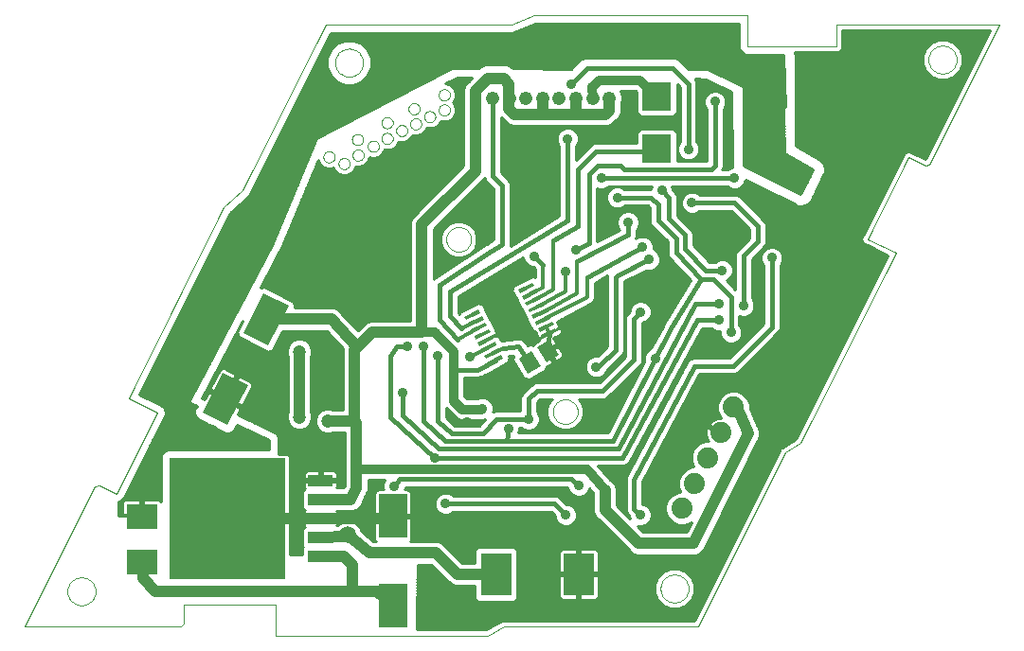
<source format=gtl>
G75*
%MOIN*%
%OFA0B0*%
%FSLAX24Y24*%
%IPPOS*%
%LPD*%
%AMOC8*
5,1,8,0,0,1.08239X$1,22.5*
%
%ADD10C,0.0000*%
%ADD11R,0.0563X0.0138*%
%ADD12R,0.0512X0.0630*%
%ADD13R,0.1575X0.0984*%
%ADD14R,0.0984X0.1575*%
%ADD15C,0.0476*%
%ADD16R,0.4098X0.4252*%
%ADD17R,0.0850X0.0420*%
%ADD18R,0.1102X0.1496*%
%ADD19C,0.0740*%
%ADD20R,0.1000X0.1000*%
%ADD21R,0.1100X0.0900*%
%ADD22C,0.0100*%
%ADD23C,0.0945*%
%ADD24C,0.0768*%
%ADD25C,0.0120*%
%ADD26C,0.0709*%
%ADD27C,0.0356*%
%ADD28C,0.0160*%
%ADD29C,0.0591*%
%ADD30C,0.0472*%
%ADD31C,0.0400*%
%ADD32C,0.0560*%
%ADD33C,0.0240*%
%ADD34C,0.0320*%
%ADD35C,0.0560*%
D10*
X001543Y001214D02*
X007057Y001214D01*
X007162Y001332D01*
X007163Y001992D01*
X010376Y001990D01*
X010370Y000897D01*
X017853Y000897D01*
X018407Y001214D01*
X025254Y001214D01*
X028315Y007336D01*
X028846Y007690D01*
X032212Y014373D01*
X031218Y014865D01*
X032655Y017739D01*
X033246Y017444D01*
X033393Y017483D01*
X035864Y022424D01*
X030103Y022423D01*
X030103Y022424D02*
X030103Y021647D01*
X026989Y021647D01*
X026989Y022739D01*
X019476Y022739D01*
X018689Y022424D01*
X012143Y022424D01*
X009220Y016568D01*
X008561Y015977D01*
X005204Y009265D01*
X006218Y008753D01*
X004781Y005889D01*
X004191Y006184D01*
X004004Y006145D01*
X001543Y001214D01*
X003060Y002453D02*
X003062Y002497D01*
X003068Y002541D01*
X003078Y002584D01*
X003091Y002626D01*
X003109Y002666D01*
X003130Y002705D01*
X003154Y002742D01*
X003181Y002777D01*
X003212Y002809D01*
X003245Y002838D01*
X003281Y002864D01*
X003319Y002886D01*
X003359Y002905D01*
X003400Y002921D01*
X003443Y002933D01*
X003486Y002941D01*
X003530Y002945D01*
X003574Y002945D01*
X003618Y002941D01*
X003661Y002933D01*
X003704Y002921D01*
X003745Y002905D01*
X003785Y002886D01*
X003823Y002864D01*
X003859Y002838D01*
X003892Y002809D01*
X003923Y002777D01*
X003950Y002742D01*
X003974Y002705D01*
X003995Y002666D01*
X004013Y002626D01*
X004026Y002584D01*
X004036Y002541D01*
X004042Y002497D01*
X004044Y002453D01*
X004042Y002409D01*
X004036Y002365D01*
X004026Y002322D01*
X004013Y002280D01*
X003995Y002240D01*
X003974Y002201D01*
X003950Y002164D01*
X003923Y002129D01*
X003892Y002097D01*
X003859Y002068D01*
X003823Y002042D01*
X003785Y002020D01*
X003745Y002001D01*
X003704Y001985D01*
X003661Y001973D01*
X003618Y001965D01*
X003574Y001961D01*
X003530Y001961D01*
X003486Y001965D01*
X003443Y001973D01*
X003400Y001985D01*
X003359Y002001D01*
X003319Y002020D01*
X003281Y002042D01*
X003245Y002068D01*
X003212Y002097D01*
X003181Y002129D01*
X003154Y002164D01*
X003130Y002201D01*
X003109Y002240D01*
X003091Y002280D01*
X003078Y002322D01*
X003068Y002365D01*
X003062Y002409D01*
X003060Y002453D01*
X016391Y014853D02*
X016393Y014894D01*
X016399Y014935D01*
X016409Y014975D01*
X016422Y015014D01*
X016439Y015051D01*
X016460Y015087D01*
X016484Y015121D01*
X016511Y015152D01*
X016540Y015180D01*
X016573Y015206D01*
X016607Y015228D01*
X016644Y015247D01*
X016682Y015262D01*
X016722Y015274D01*
X016762Y015282D01*
X016803Y015286D01*
X016845Y015286D01*
X016886Y015282D01*
X016926Y015274D01*
X016966Y015262D01*
X017004Y015247D01*
X017040Y015228D01*
X017075Y015206D01*
X017108Y015180D01*
X017137Y015152D01*
X017164Y015121D01*
X017188Y015087D01*
X017209Y015051D01*
X017226Y015014D01*
X017239Y014975D01*
X017249Y014935D01*
X017255Y014894D01*
X017257Y014853D01*
X017255Y014812D01*
X017249Y014771D01*
X017239Y014731D01*
X017226Y014692D01*
X017209Y014655D01*
X017188Y014619D01*
X017164Y014585D01*
X017137Y014554D01*
X017108Y014526D01*
X017075Y014500D01*
X017041Y014478D01*
X017004Y014459D01*
X016966Y014444D01*
X016926Y014432D01*
X016886Y014424D01*
X016845Y014420D01*
X016803Y014420D01*
X016762Y014424D01*
X016722Y014432D01*
X016682Y014444D01*
X016644Y014459D01*
X016608Y014478D01*
X016573Y014500D01*
X016540Y014526D01*
X016511Y014554D01*
X016484Y014585D01*
X016460Y014619D01*
X016439Y014655D01*
X016422Y014692D01*
X016409Y014731D01*
X016399Y014771D01*
X016393Y014812D01*
X016391Y014853D01*
X012596Y017523D02*
X012598Y017550D01*
X012604Y017577D01*
X012613Y017603D01*
X012626Y017627D01*
X012642Y017650D01*
X012661Y017669D01*
X012683Y017686D01*
X012707Y017700D01*
X012732Y017710D01*
X012759Y017717D01*
X012786Y017720D01*
X012814Y017719D01*
X012841Y017714D01*
X012867Y017706D01*
X012891Y017694D01*
X012914Y017678D01*
X012935Y017660D01*
X012952Y017639D01*
X012967Y017615D01*
X012978Y017590D01*
X012986Y017564D01*
X012990Y017537D01*
X012990Y017509D01*
X012986Y017482D01*
X012978Y017456D01*
X012967Y017431D01*
X012952Y017407D01*
X012935Y017386D01*
X012914Y017368D01*
X012892Y017352D01*
X012867Y017340D01*
X012841Y017332D01*
X012814Y017327D01*
X012786Y017326D01*
X012759Y017329D01*
X012732Y017336D01*
X012707Y017346D01*
X012683Y017360D01*
X012661Y017377D01*
X012642Y017396D01*
X012626Y017419D01*
X012613Y017443D01*
X012604Y017469D01*
X012598Y017496D01*
X012596Y017523D01*
X012065Y017759D02*
X012067Y017786D01*
X012073Y017813D01*
X012082Y017839D01*
X012095Y017863D01*
X012111Y017886D01*
X012130Y017905D01*
X012152Y017922D01*
X012176Y017936D01*
X012201Y017946D01*
X012228Y017953D01*
X012255Y017956D01*
X012283Y017955D01*
X012310Y017950D01*
X012336Y017942D01*
X012360Y017930D01*
X012383Y017914D01*
X012404Y017896D01*
X012421Y017875D01*
X012436Y017851D01*
X012447Y017826D01*
X012455Y017800D01*
X012459Y017773D01*
X012459Y017745D01*
X012455Y017718D01*
X012447Y017692D01*
X012436Y017667D01*
X012421Y017643D01*
X012404Y017622D01*
X012383Y017604D01*
X012361Y017588D01*
X012336Y017576D01*
X012310Y017568D01*
X012283Y017563D01*
X012255Y017562D01*
X012228Y017565D01*
X012201Y017572D01*
X012176Y017582D01*
X012152Y017596D01*
X012130Y017613D01*
X012111Y017632D01*
X012095Y017655D01*
X012082Y017679D01*
X012073Y017705D01*
X012067Y017732D01*
X012065Y017759D01*
X013088Y017818D02*
X013090Y017845D01*
X013096Y017872D01*
X013105Y017898D01*
X013118Y017922D01*
X013134Y017945D01*
X013153Y017964D01*
X013175Y017981D01*
X013199Y017995D01*
X013224Y018005D01*
X013251Y018012D01*
X013278Y018015D01*
X013306Y018014D01*
X013333Y018009D01*
X013359Y018001D01*
X013383Y017989D01*
X013406Y017973D01*
X013427Y017955D01*
X013444Y017934D01*
X013459Y017910D01*
X013470Y017885D01*
X013478Y017859D01*
X013482Y017832D01*
X013482Y017804D01*
X013478Y017777D01*
X013470Y017751D01*
X013459Y017726D01*
X013444Y017702D01*
X013427Y017681D01*
X013406Y017663D01*
X013384Y017647D01*
X013359Y017635D01*
X013333Y017627D01*
X013306Y017622D01*
X013278Y017621D01*
X013251Y017624D01*
X013224Y017631D01*
X013199Y017641D01*
X013175Y017655D01*
X013153Y017672D01*
X013134Y017691D01*
X013118Y017714D01*
X013105Y017738D01*
X013096Y017764D01*
X013090Y017791D01*
X013088Y017818D01*
X013620Y018133D02*
X013622Y018160D01*
X013628Y018187D01*
X013637Y018213D01*
X013650Y018237D01*
X013666Y018260D01*
X013685Y018279D01*
X013707Y018296D01*
X013731Y018310D01*
X013756Y018320D01*
X013783Y018327D01*
X013810Y018330D01*
X013838Y018329D01*
X013865Y018324D01*
X013891Y018316D01*
X013915Y018304D01*
X013938Y018288D01*
X013959Y018270D01*
X013976Y018249D01*
X013991Y018225D01*
X014002Y018200D01*
X014010Y018174D01*
X014014Y018147D01*
X014014Y018119D01*
X014010Y018092D01*
X014002Y018066D01*
X013991Y018041D01*
X013976Y018017D01*
X013959Y017996D01*
X013938Y017978D01*
X013916Y017962D01*
X013891Y017950D01*
X013865Y017942D01*
X013838Y017937D01*
X013810Y017936D01*
X013783Y017939D01*
X013756Y017946D01*
X013731Y017956D01*
X013707Y017970D01*
X013685Y017987D01*
X013666Y018006D01*
X013650Y018029D01*
X013637Y018053D01*
X013628Y018079D01*
X013622Y018106D01*
X013620Y018133D01*
X013068Y018369D02*
X013070Y018396D01*
X013076Y018423D01*
X013085Y018449D01*
X013098Y018473D01*
X013114Y018496D01*
X013133Y018515D01*
X013155Y018532D01*
X013179Y018546D01*
X013204Y018556D01*
X013231Y018563D01*
X013258Y018566D01*
X013286Y018565D01*
X013313Y018560D01*
X013339Y018552D01*
X013363Y018540D01*
X013386Y018524D01*
X013407Y018506D01*
X013424Y018485D01*
X013439Y018461D01*
X013450Y018436D01*
X013458Y018410D01*
X013462Y018383D01*
X013462Y018355D01*
X013458Y018328D01*
X013450Y018302D01*
X013439Y018277D01*
X013424Y018253D01*
X013407Y018232D01*
X013386Y018214D01*
X013364Y018198D01*
X013339Y018186D01*
X013313Y018178D01*
X013286Y018173D01*
X013258Y018172D01*
X013231Y018175D01*
X013204Y018182D01*
X013179Y018192D01*
X013155Y018206D01*
X013133Y018223D01*
X013114Y018242D01*
X013098Y018265D01*
X013085Y018289D01*
X013076Y018315D01*
X013070Y018342D01*
X013068Y018369D01*
X014112Y018408D02*
X014114Y018435D01*
X014120Y018462D01*
X014129Y018488D01*
X014142Y018512D01*
X014158Y018535D01*
X014177Y018554D01*
X014199Y018571D01*
X014223Y018585D01*
X014248Y018595D01*
X014275Y018602D01*
X014302Y018605D01*
X014330Y018604D01*
X014357Y018599D01*
X014383Y018591D01*
X014407Y018579D01*
X014430Y018563D01*
X014451Y018545D01*
X014468Y018524D01*
X014483Y018500D01*
X014494Y018475D01*
X014502Y018449D01*
X014506Y018422D01*
X014506Y018394D01*
X014502Y018367D01*
X014494Y018341D01*
X014483Y018316D01*
X014468Y018292D01*
X014451Y018271D01*
X014430Y018253D01*
X014408Y018237D01*
X014383Y018225D01*
X014357Y018217D01*
X014330Y018212D01*
X014302Y018211D01*
X014275Y018214D01*
X014248Y018221D01*
X014223Y018231D01*
X014199Y018245D01*
X014177Y018262D01*
X014158Y018281D01*
X014142Y018304D01*
X014129Y018328D01*
X014120Y018354D01*
X014114Y018381D01*
X014112Y018408D01*
X014624Y018684D02*
X014626Y018711D01*
X014632Y018738D01*
X014641Y018764D01*
X014654Y018788D01*
X014670Y018811D01*
X014689Y018830D01*
X014711Y018847D01*
X014735Y018861D01*
X014760Y018871D01*
X014787Y018878D01*
X014814Y018881D01*
X014842Y018880D01*
X014869Y018875D01*
X014895Y018867D01*
X014919Y018855D01*
X014942Y018839D01*
X014963Y018821D01*
X014980Y018800D01*
X014995Y018776D01*
X015006Y018751D01*
X015014Y018725D01*
X015018Y018698D01*
X015018Y018670D01*
X015014Y018643D01*
X015006Y018617D01*
X014995Y018592D01*
X014980Y018568D01*
X014963Y018547D01*
X014942Y018529D01*
X014920Y018513D01*
X014895Y018501D01*
X014869Y018493D01*
X014842Y018488D01*
X014814Y018487D01*
X014787Y018490D01*
X014760Y018497D01*
X014735Y018507D01*
X014711Y018521D01*
X014689Y018538D01*
X014670Y018557D01*
X014654Y018580D01*
X014641Y018604D01*
X014632Y018630D01*
X014626Y018657D01*
X014624Y018684D01*
X014112Y018960D02*
X014114Y018987D01*
X014120Y019014D01*
X014129Y019040D01*
X014142Y019064D01*
X014158Y019087D01*
X014177Y019106D01*
X014199Y019123D01*
X014223Y019137D01*
X014248Y019147D01*
X014275Y019154D01*
X014302Y019157D01*
X014330Y019156D01*
X014357Y019151D01*
X014383Y019143D01*
X014407Y019131D01*
X014430Y019115D01*
X014451Y019097D01*
X014468Y019076D01*
X014483Y019052D01*
X014494Y019027D01*
X014502Y019001D01*
X014506Y018974D01*
X014506Y018946D01*
X014502Y018919D01*
X014494Y018893D01*
X014483Y018868D01*
X014468Y018844D01*
X014451Y018823D01*
X014430Y018805D01*
X014408Y018789D01*
X014383Y018777D01*
X014357Y018769D01*
X014330Y018764D01*
X014302Y018763D01*
X014275Y018766D01*
X014248Y018773D01*
X014223Y018783D01*
X014199Y018797D01*
X014177Y018814D01*
X014158Y018833D01*
X014142Y018856D01*
X014129Y018880D01*
X014120Y018906D01*
X014114Y018933D01*
X014112Y018960D01*
X015057Y019452D02*
X015059Y019479D01*
X015065Y019506D01*
X015074Y019532D01*
X015087Y019556D01*
X015103Y019579D01*
X015122Y019598D01*
X015144Y019615D01*
X015168Y019629D01*
X015193Y019639D01*
X015220Y019646D01*
X015247Y019649D01*
X015275Y019648D01*
X015302Y019643D01*
X015328Y019635D01*
X015352Y019623D01*
X015375Y019607D01*
X015396Y019589D01*
X015413Y019568D01*
X015428Y019544D01*
X015439Y019519D01*
X015447Y019493D01*
X015451Y019466D01*
X015451Y019438D01*
X015447Y019411D01*
X015439Y019385D01*
X015428Y019360D01*
X015413Y019336D01*
X015396Y019315D01*
X015375Y019297D01*
X015353Y019281D01*
X015328Y019269D01*
X015302Y019261D01*
X015275Y019256D01*
X015247Y019255D01*
X015220Y019258D01*
X015193Y019265D01*
X015168Y019275D01*
X015144Y019289D01*
X015122Y019306D01*
X015103Y019325D01*
X015087Y019348D01*
X015074Y019372D01*
X015065Y019398D01*
X015059Y019425D01*
X015057Y019452D01*
X015116Y018920D02*
X015118Y018947D01*
X015124Y018974D01*
X015133Y019000D01*
X015146Y019024D01*
X015162Y019047D01*
X015181Y019066D01*
X015203Y019083D01*
X015227Y019097D01*
X015252Y019107D01*
X015279Y019114D01*
X015306Y019117D01*
X015334Y019116D01*
X015361Y019111D01*
X015387Y019103D01*
X015411Y019091D01*
X015434Y019075D01*
X015455Y019057D01*
X015472Y019036D01*
X015487Y019012D01*
X015498Y018987D01*
X015506Y018961D01*
X015510Y018934D01*
X015510Y018906D01*
X015506Y018879D01*
X015498Y018853D01*
X015487Y018828D01*
X015472Y018804D01*
X015455Y018783D01*
X015434Y018765D01*
X015412Y018749D01*
X015387Y018737D01*
X015361Y018729D01*
X015334Y018724D01*
X015306Y018723D01*
X015279Y018726D01*
X015252Y018733D01*
X015227Y018743D01*
X015203Y018757D01*
X015181Y018774D01*
X015162Y018793D01*
X015146Y018816D01*
X015133Y018840D01*
X015124Y018866D01*
X015118Y018893D01*
X015116Y018920D01*
X015608Y019176D02*
X015610Y019203D01*
X015616Y019230D01*
X015625Y019256D01*
X015638Y019280D01*
X015654Y019303D01*
X015673Y019322D01*
X015695Y019339D01*
X015719Y019353D01*
X015744Y019363D01*
X015771Y019370D01*
X015798Y019373D01*
X015826Y019372D01*
X015853Y019367D01*
X015879Y019359D01*
X015903Y019347D01*
X015926Y019331D01*
X015947Y019313D01*
X015964Y019292D01*
X015979Y019268D01*
X015990Y019243D01*
X015998Y019217D01*
X016002Y019190D01*
X016002Y019162D01*
X015998Y019135D01*
X015990Y019109D01*
X015979Y019084D01*
X015964Y019060D01*
X015947Y019039D01*
X015926Y019021D01*
X015904Y019005D01*
X015879Y018993D01*
X015853Y018985D01*
X015826Y018980D01*
X015798Y018979D01*
X015771Y018982D01*
X015744Y018989D01*
X015719Y018999D01*
X015695Y019013D01*
X015673Y019030D01*
X015654Y019049D01*
X015638Y019072D01*
X015625Y019096D01*
X015616Y019122D01*
X015610Y019149D01*
X015608Y019176D01*
X016120Y019412D02*
X016122Y019439D01*
X016128Y019466D01*
X016137Y019492D01*
X016150Y019516D01*
X016166Y019539D01*
X016185Y019558D01*
X016207Y019575D01*
X016231Y019589D01*
X016256Y019599D01*
X016283Y019606D01*
X016310Y019609D01*
X016338Y019608D01*
X016365Y019603D01*
X016391Y019595D01*
X016415Y019583D01*
X016438Y019567D01*
X016459Y019549D01*
X016476Y019528D01*
X016491Y019504D01*
X016502Y019479D01*
X016510Y019453D01*
X016514Y019426D01*
X016514Y019398D01*
X016510Y019371D01*
X016502Y019345D01*
X016491Y019320D01*
X016476Y019296D01*
X016459Y019275D01*
X016438Y019257D01*
X016416Y019241D01*
X016391Y019229D01*
X016365Y019221D01*
X016338Y019216D01*
X016310Y019215D01*
X016283Y019218D01*
X016256Y019225D01*
X016231Y019235D01*
X016207Y019249D01*
X016185Y019266D01*
X016166Y019285D01*
X016150Y019308D01*
X016137Y019332D01*
X016128Y019358D01*
X016122Y019385D01*
X016120Y019412D01*
X016120Y019944D02*
X016122Y019971D01*
X016128Y019998D01*
X016137Y020024D01*
X016150Y020048D01*
X016166Y020071D01*
X016185Y020090D01*
X016207Y020107D01*
X016231Y020121D01*
X016256Y020131D01*
X016283Y020138D01*
X016310Y020141D01*
X016338Y020140D01*
X016365Y020135D01*
X016391Y020127D01*
X016415Y020115D01*
X016438Y020099D01*
X016459Y020081D01*
X016476Y020060D01*
X016491Y020036D01*
X016502Y020011D01*
X016510Y019985D01*
X016514Y019958D01*
X016514Y019930D01*
X016510Y019903D01*
X016502Y019877D01*
X016491Y019852D01*
X016476Y019828D01*
X016459Y019807D01*
X016438Y019789D01*
X016416Y019773D01*
X016391Y019761D01*
X016365Y019753D01*
X016338Y019748D01*
X016310Y019747D01*
X016283Y019750D01*
X016256Y019757D01*
X016231Y019767D01*
X016207Y019781D01*
X016185Y019798D01*
X016166Y019817D01*
X016150Y019840D01*
X016137Y019864D01*
X016128Y019890D01*
X016122Y019917D01*
X016120Y019944D01*
X012478Y021079D02*
X012480Y021123D01*
X012486Y021167D01*
X012496Y021210D01*
X012509Y021252D01*
X012527Y021292D01*
X012548Y021331D01*
X012572Y021368D01*
X012599Y021403D01*
X012630Y021435D01*
X012663Y021464D01*
X012699Y021490D01*
X012737Y021512D01*
X012777Y021531D01*
X012818Y021547D01*
X012861Y021559D01*
X012904Y021567D01*
X012948Y021571D01*
X012992Y021571D01*
X013036Y021567D01*
X013079Y021559D01*
X013122Y021547D01*
X013163Y021531D01*
X013203Y021512D01*
X013241Y021490D01*
X013277Y021464D01*
X013310Y021435D01*
X013341Y021403D01*
X013368Y021368D01*
X013392Y021331D01*
X013413Y021292D01*
X013431Y021252D01*
X013444Y021210D01*
X013454Y021167D01*
X013460Y021123D01*
X013462Y021079D01*
X013460Y021035D01*
X013454Y020991D01*
X013444Y020948D01*
X013431Y020906D01*
X013413Y020866D01*
X013392Y020827D01*
X013368Y020790D01*
X013341Y020755D01*
X013310Y020723D01*
X013277Y020694D01*
X013241Y020668D01*
X013203Y020646D01*
X013163Y020627D01*
X013122Y020611D01*
X013079Y020599D01*
X013036Y020591D01*
X012992Y020587D01*
X012948Y020587D01*
X012904Y020591D01*
X012861Y020599D01*
X012818Y020611D01*
X012777Y020627D01*
X012737Y020646D01*
X012699Y020668D01*
X012663Y020694D01*
X012630Y020723D01*
X012599Y020755D01*
X012572Y020790D01*
X012548Y020827D01*
X012527Y020866D01*
X012509Y020906D01*
X012496Y020948D01*
X012486Y020991D01*
X012480Y021035D01*
X012478Y021079D01*
X020144Y008781D02*
X020146Y008822D01*
X020152Y008863D01*
X020162Y008903D01*
X020175Y008942D01*
X020192Y008979D01*
X020213Y009015D01*
X020237Y009049D01*
X020264Y009080D01*
X020293Y009108D01*
X020326Y009134D01*
X020360Y009156D01*
X020397Y009175D01*
X020435Y009190D01*
X020475Y009202D01*
X020515Y009210D01*
X020556Y009214D01*
X020598Y009214D01*
X020639Y009210D01*
X020679Y009202D01*
X020719Y009190D01*
X020757Y009175D01*
X020793Y009156D01*
X020828Y009134D01*
X020861Y009108D01*
X020890Y009080D01*
X020917Y009049D01*
X020941Y009015D01*
X020962Y008979D01*
X020979Y008942D01*
X020992Y008903D01*
X021002Y008863D01*
X021008Y008822D01*
X021010Y008781D01*
X021008Y008740D01*
X021002Y008699D01*
X020992Y008659D01*
X020979Y008620D01*
X020962Y008583D01*
X020941Y008547D01*
X020917Y008513D01*
X020890Y008482D01*
X020861Y008454D01*
X020828Y008428D01*
X020794Y008406D01*
X020757Y008387D01*
X020719Y008372D01*
X020679Y008360D01*
X020639Y008352D01*
X020598Y008348D01*
X020556Y008348D01*
X020515Y008352D01*
X020475Y008360D01*
X020435Y008372D01*
X020397Y008387D01*
X020361Y008406D01*
X020326Y008428D01*
X020293Y008454D01*
X020264Y008482D01*
X020237Y008513D01*
X020213Y008547D01*
X020192Y008583D01*
X020175Y008620D01*
X020162Y008659D01*
X020152Y008699D01*
X020146Y008740D01*
X020144Y008781D01*
X023929Y002550D02*
X023931Y002594D01*
X023937Y002638D01*
X023947Y002681D01*
X023960Y002723D01*
X023978Y002763D01*
X023999Y002802D01*
X024023Y002839D01*
X024050Y002874D01*
X024081Y002906D01*
X024114Y002935D01*
X024150Y002961D01*
X024188Y002983D01*
X024228Y003002D01*
X024269Y003018D01*
X024312Y003030D01*
X024355Y003038D01*
X024399Y003042D01*
X024443Y003042D01*
X024487Y003038D01*
X024530Y003030D01*
X024573Y003018D01*
X024614Y003002D01*
X024654Y002983D01*
X024692Y002961D01*
X024728Y002935D01*
X024761Y002906D01*
X024792Y002874D01*
X024819Y002839D01*
X024843Y002802D01*
X024864Y002763D01*
X024882Y002723D01*
X024895Y002681D01*
X024905Y002638D01*
X024911Y002594D01*
X024913Y002550D01*
X024911Y002506D01*
X024905Y002462D01*
X024895Y002419D01*
X024882Y002377D01*
X024864Y002337D01*
X024843Y002298D01*
X024819Y002261D01*
X024792Y002226D01*
X024761Y002194D01*
X024728Y002165D01*
X024692Y002139D01*
X024654Y002117D01*
X024614Y002098D01*
X024573Y002082D01*
X024530Y002070D01*
X024487Y002062D01*
X024443Y002058D01*
X024399Y002058D01*
X024355Y002062D01*
X024312Y002070D01*
X024269Y002082D01*
X024228Y002098D01*
X024188Y002117D01*
X024150Y002139D01*
X024114Y002165D01*
X024081Y002194D01*
X024050Y002226D01*
X024023Y002261D01*
X023999Y002298D01*
X023978Y002337D01*
X023960Y002377D01*
X023947Y002419D01*
X023937Y002462D01*
X023931Y002506D01*
X023929Y002550D01*
X033359Y021185D02*
X033361Y021229D01*
X033367Y021273D01*
X033377Y021316D01*
X033390Y021358D01*
X033408Y021398D01*
X033429Y021437D01*
X033453Y021474D01*
X033480Y021509D01*
X033511Y021541D01*
X033544Y021570D01*
X033580Y021596D01*
X033618Y021618D01*
X033658Y021637D01*
X033699Y021653D01*
X033742Y021665D01*
X033785Y021673D01*
X033829Y021677D01*
X033873Y021677D01*
X033917Y021673D01*
X033960Y021665D01*
X034003Y021653D01*
X034044Y021637D01*
X034084Y021618D01*
X034122Y021596D01*
X034158Y021570D01*
X034191Y021541D01*
X034222Y021509D01*
X034249Y021474D01*
X034273Y021437D01*
X034294Y021398D01*
X034312Y021358D01*
X034325Y021316D01*
X034335Y021273D01*
X034341Y021229D01*
X034343Y021185D01*
X034341Y021141D01*
X034335Y021097D01*
X034325Y021054D01*
X034312Y021012D01*
X034294Y020972D01*
X034273Y020933D01*
X034249Y020896D01*
X034222Y020861D01*
X034191Y020829D01*
X034158Y020800D01*
X034122Y020774D01*
X034084Y020752D01*
X034044Y020733D01*
X034003Y020717D01*
X033960Y020705D01*
X033917Y020697D01*
X033873Y020693D01*
X033829Y020693D01*
X033785Y020697D01*
X033742Y020705D01*
X033699Y020717D01*
X033658Y020733D01*
X033618Y020752D01*
X033580Y020774D01*
X033544Y020800D01*
X033511Y020829D01*
X033480Y020861D01*
X033453Y020896D01*
X033429Y020933D01*
X033408Y020972D01*
X033390Y021012D01*
X033377Y021054D01*
X033367Y021097D01*
X033361Y021141D01*
X033359Y021185D01*
D11*
G36*
X019387Y012168D02*
X019889Y012419D01*
X019951Y012296D01*
X019449Y012045D01*
X019387Y012168D01*
G37*
G36*
X019272Y012396D02*
X019774Y012647D01*
X019836Y012524D01*
X019334Y012273D01*
X019272Y012396D01*
G37*
G36*
X019158Y012625D02*
X019660Y012876D01*
X019722Y012753D01*
X019220Y012502D01*
X019158Y012625D01*
G37*
G36*
X019043Y012854D02*
X019545Y013105D01*
X019607Y012982D01*
X019105Y012731D01*
X019043Y012854D01*
G37*
G36*
X018929Y013083D02*
X019431Y013334D01*
X019493Y013211D01*
X018991Y012960D01*
X018929Y013083D01*
G37*
G36*
X019502Y011939D02*
X020004Y012190D01*
X020066Y012067D01*
X019564Y011816D01*
X019502Y011939D01*
G37*
G36*
X019616Y011710D02*
X020118Y011961D01*
X020180Y011838D01*
X019678Y011587D01*
X019616Y011710D01*
G37*
G36*
X019731Y011481D02*
X020233Y011732D01*
X020295Y011609D01*
X019793Y011358D01*
X019731Y011481D01*
G37*
G36*
X017830Y010529D02*
X018332Y010780D01*
X018394Y010657D01*
X017892Y010406D01*
X017830Y010529D01*
G37*
G36*
X017715Y010758D02*
X018217Y011009D01*
X018279Y010886D01*
X017777Y010635D01*
X017715Y010758D01*
G37*
G36*
X017601Y010987D02*
X018103Y011238D01*
X018165Y011115D01*
X017663Y010864D01*
X017601Y010987D01*
G37*
G36*
X017486Y011216D02*
X017988Y011467D01*
X018050Y011344D01*
X017548Y011093D01*
X017486Y011216D01*
G37*
G36*
X017372Y011444D02*
X017874Y011695D01*
X017936Y011572D01*
X017434Y011321D01*
X017372Y011444D01*
G37*
G36*
X017257Y011673D02*
X017759Y011924D01*
X017821Y011801D01*
X017319Y011550D01*
X017257Y011673D01*
G37*
G36*
X017142Y011902D02*
X017644Y012153D01*
X017706Y012030D01*
X017204Y011779D01*
X017142Y011902D01*
G37*
G36*
X017028Y012131D02*
X017530Y012382D01*
X017592Y012259D01*
X017090Y012008D01*
X017028Y012131D01*
G37*
D12*
G36*
X019702Y010397D02*
X019267Y010129D01*
X018938Y010665D01*
X019373Y010933D01*
X019702Y010397D01*
G37*
G36*
X020339Y010788D02*
X019904Y010520D01*
X019575Y011056D01*
X020010Y011324D01*
X020339Y010788D01*
G37*
D13*
G36*
X010839Y012518D02*
X010125Y011117D01*
X009249Y011564D01*
X009963Y012965D01*
X010839Y012518D01*
G37*
G36*
X009409Y009712D02*
X008695Y008311D01*
X007819Y008758D01*
X008533Y010159D01*
X009409Y009712D01*
G37*
D14*
X014505Y005102D03*
X014505Y001952D03*
D15*
X018013Y019831D03*
X018604Y019831D03*
X019194Y019831D03*
X019785Y019831D03*
X020356Y019831D03*
X020946Y019831D03*
X021537Y019831D03*
X022127Y019831D03*
D16*
X008680Y005023D03*
D17*
X011960Y005023D03*
X011960Y004353D03*
X011960Y003683D03*
X011960Y005693D03*
X011960Y006363D03*
D18*
X018135Y003052D03*
X021048Y003052D03*
D19*
X024679Y005374D03*
X025133Y006265D03*
X025587Y007156D03*
X026041Y008047D03*
X026495Y008938D03*
D20*
X023801Y018047D03*
X023801Y019897D03*
D21*
X005669Y005085D03*
X005669Y003474D03*
D22*
X005619Y005080D02*
X004840Y005122D01*
X004840Y005603D01*
X004873Y005614D01*
X004927Y005632D01*
X004927Y005632D01*
X004928Y005632D01*
X004971Y005669D01*
X005015Y005707D01*
X005015Y005707D01*
X005015Y005707D01*
X005040Y005758D01*
X006477Y008623D01*
X006503Y008674D01*
X006503Y008674D01*
X006503Y008674D01*
X006507Y008732D01*
X006512Y008789D01*
X006512Y008789D01*
X006512Y008789D01*
X006494Y008844D01*
X006476Y008898D01*
X006475Y008899D01*
X006438Y008942D01*
X006400Y008986D01*
X006400Y008986D01*
X006400Y008986D01*
X006349Y009012D01*
X005593Y009393D01*
X008795Y015798D01*
X009412Y016350D01*
X009454Y016387D01*
X009455Y016389D01*
X009457Y016390D01*
X009481Y016440D01*
X012323Y022134D01*
X018687Y022134D01*
X018743Y022133D01*
X018745Y022134D01*
X018746Y022134D01*
X018798Y022156D01*
X019532Y022449D01*
X026699Y022449D01*
X026699Y021589D01*
X026743Y021482D01*
X026825Y021401D01*
X026932Y021357D01*
X028252Y021357D01*
X028305Y019530D01*
X025590Y020840D01*
X024917Y020843D01*
X024659Y021101D01*
X024555Y021205D01*
X024419Y021261D01*
X021272Y021261D01*
X021136Y021205D01*
X021032Y021101D01*
X020797Y020866D01*
X018740Y020877D01*
X018686Y020932D01*
X018506Y021006D01*
X017748Y021006D01*
X017568Y020932D01*
X017520Y020884D01*
X016573Y020889D01*
X011829Y018434D01*
X010256Y014650D01*
X007319Y009112D01*
X007605Y008977D01*
X007534Y008837D01*
X007525Y008722D01*
X007560Y008612D01*
X007635Y008525D01*
X008615Y008025D01*
X008730Y008016D01*
X008840Y008052D01*
X008927Y008127D01*
X009020Y008308D01*
X010160Y007769D01*
X010156Y007439D01*
X006573Y007439D01*
X006466Y007395D01*
X006385Y007314D01*
X006341Y007207D01*
X006341Y005624D01*
X006339Y005627D01*
X006311Y005655D01*
X006277Y005675D01*
X006239Y005685D01*
X005719Y005685D01*
X005719Y005135D01*
X005619Y005135D01*
X005619Y005685D01*
X005099Y005685D01*
X005061Y005675D01*
X005027Y005655D01*
X004999Y005627D01*
X004979Y005593D01*
X004969Y005555D01*
X004969Y005135D01*
X005619Y005135D01*
X005619Y005080D01*
X005619Y005144D02*
X005719Y005144D01*
X005719Y005242D02*
X005619Y005242D01*
X005619Y005341D02*
X005719Y005341D01*
X005719Y005439D02*
X005619Y005439D01*
X005619Y005538D02*
X005719Y005538D01*
X005719Y005636D02*
X005619Y005636D01*
X005127Y005932D02*
X006341Y005932D01*
X006341Y006030D02*
X005177Y006030D01*
X005226Y006129D02*
X006341Y006129D01*
X006341Y006227D02*
X005276Y006227D01*
X005325Y006326D02*
X006341Y006326D01*
X006341Y006424D02*
X005374Y006424D01*
X005424Y006523D02*
X006341Y006523D01*
X006341Y006621D02*
X005473Y006621D01*
X005523Y006720D02*
X006341Y006720D01*
X006341Y006818D02*
X005572Y006818D01*
X005621Y006917D02*
X006341Y006917D01*
X006341Y007015D02*
X005671Y007015D01*
X005720Y007114D02*
X006341Y007114D01*
X006343Y007212D02*
X005770Y007212D01*
X005819Y007311D02*
X006383Y007311D01*
X006500Y007409D02*
X005869Y007409D01*
X005918Y007508D02*
X010157Y007508D01*
X010158Y007606D02*
X005967Y007606D01*
X006017Y007705D02*
X010159Y007705D01*
X010087Y007803D02*
X006066Y007803D01*
X006116Y007902D02*
X009879Y007902D01*
X009670Y008000D02*
X006165Y008000D01*
X006214Y008099D02*
X008471Y008099D01*
X008278Y008197D02*
X006264Y008197D01*
X006313Y008296D02*
X008085Y008296D01*
X007891Y008394D02*
X006363Y008394D01*
X006412Y008493D02*
X007698Y008493D01*
X007578Y008591D02*
X006462Y008591D01*
X006504Y008690D02*
X007535Y008690D01*
X007530Y008788D02*
X006512Y008788D01*
X006480Y008887D02*
X007559Y008887D01*
X007587Y008985D02*
X006401Y008985D01*
X006475Y008899D02*
X006475Y008899D01*
X006206Y009084D02*
X007378Y009084D01*
X007357Y009182D02*
X006011Y009182D01*
X005816Y009281D02*
X007409Y009281D01*
X007461Y009379D02*
X005621Y009379D01*
X005635Y009478D02*
X007513Y009478D01*
X007565Y009576D02*
X005684Y009576D01*
X005734Y009675D02*
X007618Y009675D01*
X007670Y009773D02*
X005783Y009773D01*
X005832Y009872D02*
X007722Y009872D01*
X007774Y009970D02*
X005881Y009970D01*
X005931Y010069D02*
X007827Y010069D01*
X007879Y010167D02*
X005980Y010167D01*
X006029Y010266D02*
X007931Y010266D01*
X007983Y010364D02*
X006078Y010364D01*
X006128Y010463D02*
X008036Y010463D01*
X008088Y010561D02*
X006177Y010561D01*
X006226Y010660D02*
X008140Y010660D01*
X008192Y010758D02*
X006275Y010758D01*
X006325Y010857D02*
X008245Y010857D01*
X008297Y010955D02*
X006374Y010955D01*
X006423Y011054D02*
X008349Y011054D01*
X008401Y011152D02*
X006472Y011152D01*
X006522Y011251D02*
X008453Y011251D01*
X008506Y011349D02*
X006571Y011349D01*
X006620Y011448D02*
X008558Y011448D01*
X008610Y011546D02*
X006669Y011546D01*
X006719Y011645D02*
X008662Y011645D01*
X008715Y011743D02*
X006768Y011743D01*
X006817Y011842D02*
X008767Y011842D01*
X008819Y011940D02*
X006866Y011940D01*
X006916Y012039D02*
X008871Y012039D01*
X008924Y012137D02*
X006965Y012137D01*
X007014Y012236D02*
X008976Y012236D01*
X009028Y012334D02*
X007063Y012334D01*
X007113Y012433D02*
X009080Y012433D01*
X009133Y012531D02*
X007162Y012531D01*
X007211Y012630D02*
X009185Y012630D01*
X009237Y012728D02*
X007260Y012728D01*
X007310Y012827D02*
X009289Y012827D01*
X009341Y012925D02*
X007359Y012925D01*
X007408Y013024D02*
X009394Y013024D01*
X009446Y013122D02*
X007457Y013122D01*
X007507Y013221D02*
X009498Y013221D01*
X009550Y013319D02*
X007556Y013319D01*
X007605Y013418D02*
X009603Y013418D01*
X009655Y013516D02*
X007654Y013516D01*
X007704Y013615D02*
X009707Y013615D01*
X009759Y013713D02*
X007753Y013713D01*
X007802Y013812D02*
X009812Y013812D01*
X009864Y013910D02*
X007851Y013910D01*
X007901Y014009D02*
X009916Y014009D01*
X009968Y014107D02*
X007950Y014107D01*
X007999Y014206D02*
X010021Y014206D01*
X010073Y014304D02*
X008048Y014304D01*
X008098Y014403D02*
X010125Y014403D01*
X010177Y014501D02*
X008147Y014501D01*
X008196Y014600D02*
X010229Y014600D01*
X010276Y014698D02*
X008245Y014698D01*
X008295Y014797D02*
X010317Y014797D01*
X010358Y014895D02*
X008344Y014895D01*
X008393Y014994D02*
X010399Y014994D01*
X010440Y015092D02*
X008442Y015092D01*
X008492Y015191D02*
X010481Y015191D01*
X010522Y015289D02*
X008541Y015289D01*
X008590Y015388D02*
X010563Y015388D01*
X010604Y015486D02*
X008639Y015486D01*
X008689Y015585D02*
X010645Y015585D01*
X010686Y015683D02*
X008738Y015683D01*
X008787Y015782D02*
X010727Y015782D01*
X010768Y015880D02*
X008887Y015880D01*
X008997Y015979D02*
X010809Y015979D01*
X010850Y016077D02*
X009107Y016077D01*
X009217Y016176D02*
X010891Y016176D01*
X010931Y016274D02*
X009327Y016274D01*
X009438Y016373D02*
X010972Y016373D01*
X011013Y016471D02*
X009496Y016471D01*
X009545Y016570D02*
X011054Y016570D01*
X011095Y016668D02*
X009594Y016668D01*
X009644Y016767D02*
X011136Y016767D01*
X011177Y016865D02*
X009693Y016865D01*
X009742Y016964D02*
X011218Y016964D01*
X011259Y017062D02*
X009791Y017062D01*
X009840Y017161D02*
X011300Y017161D01*
X011341Y017259D02*
X009889Y017259D01*
X009939Y017358D02*
X011382Y017358D01*
X011423Y017456D02*
X009988Y017456D01*
X010037Y017555D02*
X011464Y017555D01*
X011505Y017653D02*
X010086Y017653D01*
X010135Y017752D02*
X011546Y017752D01*
X011587Y017850D02*
X010184Y017850D01*
X010234Y017949D02*
X011628Y017949D01*
X011669Y018047D02*
X010283Y018047D01*
X010332Y018146D02*
X011710Y018146D01*
X011751Y018244D02*
X010381Y018244D01*
X010430Y018343D02*
X011792Y018343D01*
X011843Y018441D02*
X010479Y018441D01*
X010529Y018540D02*
X012034Y018540D01*
X012224Y018638D02*
X010578Y018638D01*
X010627Y018737D02*
X012414Y018737D01*
X012605Y018835D02*
X010676Y018835D01*
X010725Y018934D02*
X012795Y018934D01*
X012985Y019032D02*
X010774Y019032D01*
X010824Y019131D02*
X013176Y019131D01*
X013366Y019229D02*
X010873Y019229D01*
X010922Y019328D02*
X013556Y019328D01*
X013747Y019426D02*
X010971Y019426D01*
X011020Y019525D02*
X013937Y019525D01*
X014127Y019623D02*
X011069Y019623D01*
X011119Y019722D02*
X014318Y019722D01*
X014508Y019820D02*
X011168Y019820D01*
X011217Y019919D02*
X014698Y019919D01*
X014889Y020017D02*
X011266Y020017D01*
X011315Y020116D02*
X015079Y020116D01*
X015269Y020214D02*
X011364Y020214D01*
X011414Y020313D02*
X012777Y020313D01*
X012815Y020297D02*
X013126Y020297D01*
X013413Y020416D01*
X013633Y020636D01*
X013753Y020924D01*
X013753Y021235D01*
X013633Y021522D01*
X013413Y021742D01*
X013126Y021861D01*
X012815Y021861D01*
X012527Y021742D01*
X012307Y021522D01*
X012188Y021235D01*
X012188Y020924D01*
X012307Y020636D01*
X012527Y020416D01*
X012815Y020297D01*
X012540Y020411D02*
X011463Y020411D01*
X011512Y020510D02*
X012434Y020510D01*
X012335Y020608D02*
X011561Y020608D01*
X011610Y020707D02*
X012278Y020707D01*
X012237Y020805D02*
X011659Y020805D01*
X011709Y020904D02*
X012197Y020904D01*
X012188Y021002D02*
X011758Y021002D01*
X011807Y021101D02*
X012188Y021101D01*
X012188Y021199D02*
X011856Y021199D01*
X011905Y021298D02*
X012214Y021298D01*
X012255Y021396D02*
X011954Y021396D01*
X012004Y021495D02*
X012296Y021495D01*
X012378Y021593D02*
X012053Y021593D01*
X012102Y021692D02*
X012477Y021692D01*
X012643Y021790D02*
X012151Y021790D01*
X012200Y021889D02*
X026699Y021889D01*
X026699Y021987D02*
X012249Y021987D01*
X012299Y022086D02*
X026699Y022086D01*
X026699Y022184D02*
X018870Y022184D01*
X019116Y022283D02*
X026699Y022283D01*
X026699Y022381D02*
X019362Y022381D01*
X021032Y021101D02*
X013753Y021101D01*
X013753Y021199D02*
X021131Y021199D01*
X020934Y021002D02*
X018515Y021002D01*
X018714Y020904D02*
X020835Y020904D01*
X022508Y020084D02*
X023039Y020084D01*
X023091Y020038D01*
X023091Y019310D01*
X023214Y019187D01*
X024388Y019187D01*
X024511Y019310D01*
X024511Y020316D01*
X024618Y020209D01*
X024618Y018284D01*
X024579Y018245D01*
X024520Y018103D01*
X024520Y017948D01*
X024579Y017806D01*
X024688Y017697D01*
X024831Y017637D01*
X024985Y017637D01*
X025128Y017697D01*
X025237Y017806D01*
X025296Y017948D01*
X025296Y018103D01*
X025237Y018245D01*
X025198Y018284D01*
X025198Y020386D01*
X025154Y020493D01*
X025145Y020502D01*
X025512Y020500D01*
X026428Y020058D01*
X026439Y017447D01*
X026436Y017396D01*
X026313Y017345D01*
X026274Y017306D01*
X026099Y017306D01*
X026136Y017396D01*
X026136Y019445D01*
X026175Y019484D01*
X026234Y019627D01*
X026234Y019781D01*
X026175Y019924D01*
X026066Y020033D01*
X025923Y020092D01*
X025769Y020092D01*
X025626Y020033D01*
X025517Y019924D01*
X025458Y019781D01*
X025458Y019627D01*
X025517Y019484D01*
X025556Y019445D01*
X025556Y017619D01*
X024511Y017619D01*
X024511Y018634D01*
X024388Y018757D01*
X023214Y018757D01*
X023091Y018634D01*
X023091Y018244D01*
X021017Y018244D01*
X021046Y018314D02*
X020987Y018171D01*
X020948Y018132D01*
X020948Y017654D01*
X021494Y018200D01*
X021601Y018244D01*
X023091Y018244D01*
X023091Y018343D02*
X021046Y018343D01*
X021046Y018314D02*
X021046Y018468D01*
X020987Y018611D01*
X020878Y018720D01*
X020735Y018779D01*
X020581Y018779D01*
X020438Y018720D01*
X020329Y018611D01*
X020270Y018468D01*
X020270Y018314D01*
X020329Y018171D01*
X020368Y018132D01*
X020368Y015680D01*
X018636Y014630D01*
X018636Y016824D01*
X018592Y016930D01*
X018510Y017012D01*
X018303Y017219D01*
X018303Y019166D01*
X018436Y019034D01*
X018551Y018919D01*
X018702Y018856D01*
X022077Y018856D01*
X022228Y018919D01*
X022360Y019051D01*
X022475Y019166D01*
X022537Y019317D01*
X022537Y019651D01*
X022575Y019742D01*
X022575Y019920D01*
X022508Y020084D01*
X022535Y020017D02*
X023091Y020017D01*
X023091Y019919D02*
X022575Y019919D01*
X022575Y019820D02*
X023091Y019820D01*
X023091Y019722D02*
X022567Y019722D01*
X022537Y019623D02*
X023091Y019623D01*
X023091Y019525D02*
X022537Y019525D01*
X022537Y019426D02*
X023091Y019426D01*
X023091Y019328D02*
X022537Y019328D01*
X022501Y019229D02*
X023171Y019229D01*
X023193Y018737D02*
X020838Y018737D01*
X020960Y018638D02*
X023095Y018638D01*
X023091Y018540D02*
X021017Y018540D01*
X021046Y018441D02*
X023091Y018441D01*
X022440Y019131D02*
X024618Y019131D01*
X024618Y019229D02*
X024430Y019229D01*
X024511Y019328D02*
X024618Y019328D01*
X024618Y019426D02*
X024511Y019426D01*
X024511Y019525D02*
X024618Y019525D01*
X024618Y019623D02*
X024511Y019623D01*
X024511Y019722D02*
X024618Y019722D01*
X024618Y019820D02*
X024511Y019820D01*
X024511Y019919D02*
X024618Y019919D01*
X024618Y020017D02*
X024511Y020017D01*
X024511Y020116D02*
X024618Y020116D01*
X024613Y020214D02*
X024511Y020214D01*
X024511Y020313D02*
X024514Y020313D01*
X025188Y020411D02*
X025696Y020411D01*
X025900Y020313D02*
X025198Y020313D01*
X025198Y020214D02*
X026104Y020214D01*
X026081Y020017D02*
X026429Y020017D01*
X026429Y019919D02*
X026177Y019919D01*
X026218Y019820D02*
X026429Y019820D01*
X026430Y019722D02*
X026234Y019722D01*
X026232Y019623D02*
X026430Y019623D01*
X026431Y019525D02*
X026192Y019525D01*
X026136Y019426D02*
X026431Y019426D01*
X026431Y019328D02*
X026136Y019328D01*
X026136Y019229D02*
X026432Y019229D01*
X026432Y019131D02*
X026136Y019131D01*
X026136Y019032D02*
X026433Y019032D01*
X026433Y018934D02*
X026136Y018934D01*
X026136Y018835D02*
X026433Y018835D01*
X026434Y018737D02*
X026136Y018737D01*
X026136Y018638D02*
X026434Y018638D01*
X026435Y018540D02*
X026136Y018540D01*
X026136Y018441D02*
X026435Y018441D01*
X026435Y018343D02*
X026136Y018343D01*
X026136Y018244D02*
X026436Y018244D01*
X026436Y018146D02*
X026136Y018146D01*
X026136Y018047D02*
X026437Y018047D01*
X026437Y017949D02*
X026136Y017949D01*
X026136Y017850D02*
X026437Y017850D01*
X026438Y017752D02*
X026136Y017752D01*
X026136Y017653D02*
X026438Y017653D01*
X026439Y017555D02*
X026136Y017555D01*
X026136Y017456D02*
X026439Y017456D01*
X026344Y017358D02*
X026120Y017358D01*
X025556Y017653D02*
X025024Y017653D01*
X025183Y017752D02*
X025556Y017752D01*
X025556Y017850D02*
X025256Y017850D01*
X025296Y017949D02*
X025556Y017949D01*
X025556Y018047D02*
X025296Y018047D01*
X025279Y018146D02*
X025556Y018146D01*
X025556Y018244D02*
X025238Y018244D01*
X025198Y018343D02*
X025556Y018343D01*
X025556Y018441D02*
X025198Y018441D01*
X025198Y018540D02*
X025556Y018540D01*
X025556Y018638D02*
X025198Y018638D01*
X025198Y018737D02*
X025556Y018737D01*
X025556Y018835D02*
X025198Y018835D01*
X025198Y018934D02*
X025556Y018934D01*
X025556Y019032D02*
X025198Y019032D01*
X025198Y019131D02*
X025556Y019131D01*
X025556Y019229D02*
X025198Y019229D01*
X025198Y019328D02*
X025556Y019328D01*
X025556Y019426D02*
X025198Y019426D01*
X025198Y019525D02*
X025500Y019525D01*
X025459Y019623D02*
X025198Y019623D01*
X025198Y019722D02*
X025458Y019722D01*
X025474Y019820D02*
X025198Y019820D01*
X025198Y019919D02*
X025515Y019919D01*
X025610Y020017D02*
X025198Y020017D01*
X025198Y020116D02*
X026308Y020116D01*
X026478Y020411D02*
X028279Y020411D01*
X028265Y020411D02*
X026847Y020411D01*
X026847Y020313D02*
X028265Y020313D01*
X028282Y020313D02*
X026683Y020313D01*
X026848Y020214D02*
X028265Y020214D01*
X028285Y020214D02*
X026887Y020214D01*
X026848Y020116D02*
X028265Y020116D01*
X028288Y020116D02*
X027091Y020116D01*
X027295Y020017D02*
X028291Y020017D01*
X028265Y020017D02*
X026849Y020017D01*
X026849Y019919D02*
X028265Y019919D01*
X028294Y019919D02*
X027500Y019919D01*
X027704Y019820D02*
X028296Y019820D01*
X028265Y019820D02*
X026849Y019820D01*
X026850Y019722D02*
X028265Y019722D01*
X028299Y019722D02*
X027908Y019722D01*
X028112Y019623D02*
X028302Y019623D01*
X028265Y019623D02*
X026850Y019623D01*
X026851Y019525D02*
X028265Y019525D01*
X028265Y019426D02*
X026851Y019426D01*
X026851Y019328D02*
X028265Y019328D01*
X028265Y019229D02*
X026852Y019229D01*
X026852Y019131D02*
X028265Y019131D01*
X028265Y019078D02*
X028284Y017895D01*
X029291Y017311D01*
X028865Y016443D01*
X026922Y017402D01*
X026859Y017466D01*
X026843Y021307D01*
X026916Y021277D01*
X028265Y021277D01*
X028265Y019078D01*
X028266Y019032D02*
X026853Y019032D01*
X026853Y018934D02*
X028268Y018934D01*
X028269Y018835D02*
X026853Y018835D01*
X026854Y018737D02*
X028271Y018737D01*
X028272Y018638D02*
X026854Y018638D01*
X026855Y018540D02*
X028274Y018540D01*
X028276Y018441D02*
X026855Y018441D01*
X026855Y018343D02*
X028277Y018343D01*
X028279Y018244D02*
X026856Y018244D01*
X026856Y018146D02*
X028280Y018146D01*
X028282Y018047D02*
X026857Y018047D01*
X026857Y017949D02*
X028283Y017949D01*
X028361Y017850D02*
X026857Y017850D01*
X026858Y017752D02*
X028531Y017752D01*
X028701Y017653D02*
X026858Y017653D01*
X026859Y017555D02*
X028871Y017555D01*
X029041Y017456D02*
X026868Y017456D01*
X027012Y017358D02*
X029210Y017358D01*
X029266Y017259D02*
X027212Y017259D01*
X027411Y017161D02*
X029217Y017161D01*
X029169Y017062D02*
X027611Y017062D01*
X027810Y016964D02*
X029121Y016964D01*
X029072Y016865D02*
X028010Y016865D01*
X028209Y016767D02*
X029024Y016767D01*
X028976Y016668D02*
X028409Y016668D01*
X028608Y016570D02*
X028927Y016570D01*
X028879Y016471D02*
X028807Y016471D01*
X028605Y016103D02*
X028604Y016103D01*
X026920Y016935D01*
X026862Y016796D01*
X026753Y016687D01*
X026610Y016628D01*
X026456Y016628D01*
X026313Y016687D01*
X026274Y016726D01*
X024330Y016726D01*
X024359Y016656D01*
X024359Y016601D01*
X024467Y016493D01*
X024511Y016386D01*
X024511Y015699D01*
X025029Y015180D01*
X025073Y015074D01*
X025073Y014636D01*
X025653Y014056D01*
X025837Y014056D01*
X025876Y014095D01*
X026019Y014154D01*
X026173Y014154D01*
X026316Y014095D01*
X026425Y013986D01*
X026484Y013843D01*
X026484Y013689D01*
X026425Y013546D01*
X026316Y013437D01*
X026241Y013406D01*
X026556Y013091D01*
X026556Y014326D01*
X026600Y014433D01*
X027056Y014889D01*
X027056Y015209D01*
X026413Y015851D01*
X025292Y015851D01*
X025253Y015812D01*
X025110Y015753D01*
X024956Y015753D01*
X024813Y015812D01*
X024704Y015921D01*
X024645Y016064D01*
X024645Y016218D01*
X024704Y016361D01*
X024813Y016470D01*
X024956Y016529D01*
X025110Y016529D01*
X025253Y016470D01*
X025292Y016431D01*
X026591Y016431D01*
X026697Y016387D01*
X026779Y016305D01*
X026779Y016305D01*
X027592Y015493D01*
X027636Y015386D01*
X027636Y014711D01*
X027592Y014604D01*
X027136Y014149D01*
X027136Y012775D01*
X027175Y012736D01*
X027234Y012593D01*
X027234Y012439D01*
X027175Y012296D01*
X027066Y012187D01*
X026923Y012128D01*
X026769Y012128D01*
X026698Y012157D01*
X026698Y011833D01*
X026737Y011794D01*
X026796Y011651D01*
X026796Y011497D01*
X026737Y011354D01*
X026628Y011245D01*
X026485Y011186D01*
X026331Y011186D01*
X026188Y011245D01*
X026079Y011354D01*
X026020Y011497D01*
X026020Y011628D01*
X025894Y011628D01*
X025751Y011687D01*
X025712Y011726D01*
X025393Y011726D01*
X022851Y007042D01*
X022835Y007003D01*
X022824Y006991D01*
X022816Y006978D01*
X022783Y006951D01*
X022753Y006921D01*
X022739Y006915D01*
X022727Y006905D01*
X022686Y006893D01*
X022647Y006877D01*
X022631Y006877D01*
X022616Y006872D01*
X022574Y006877D01*
X021718Y006877D01*
X022136Y006392D01*
X022203Y006364D01*
X022318Y006248D01*
X022381Y006098D01*
X022381Y005499D01*
X022845Y005034D01*
X022833Y005064D01*
X022833Y005119D01*
X022750Y005201D01*
X022706Y005308D01*
X022706Y006348D01*
X022702Y006361D01*
X022706Y006405D01*
X022706Y006449D01*
X022712Y006462D01*
X022713Y006476D01*
X022734Y006515D01*
X022750Y006555D01*
X022761Y006566D01*
X024859Y010515D01*
X024875Y010555D01*
X024886Y010566D01*
X024892Y010578D01*
X024926Y010606D01*
X024957Y010637D01*
X024970Y010643D01*
X024981Y010652D01*
X025023Y010664D01*
X025064Y010681D01*
X025078Y010681D01*
X025092Y010685D01*
X025135Y010681D01*
X026351Y010681D01*
X027556Y011886D01*
X027556Y013945D01*
X027517Y013984D01*
X027458Y014127D01*
X027458Y014281D01*
X027517Y014424D01*
X027626Y014533D01*
X027769Y014592D01*
X027923Y014592D01*
X028066Y014533D01*
X028175Y014424D01*
X028234Y014281D01*
X028234Y014127D01*
X028175Y013984D01*
X028136Y013945D01*
X028136Y011709D01*
X028092Y011602D01*
X026717Y010227D01*
X026635Y010145D01*
X026528Y010101D01*
X025296Y010101D01*
X023286Y006319D01*
X023286Y005529D01*
X023298Y005529D01*
X023441Y005470D01*
X023550Y005361D01*
X023609Y005218D01*
X023609Y005064D01*
X023550Y004921D01*
X023441Y004812D01*
X023298Y004753D01*
X023144Y004753D01*
X023114Y004765D01*
X023328Y004551D01*
X024842Y004551D01*
X025005Y004881D01*
X024795Y004794D01*
X024564Y004794D01*
X024351Y004882D01*
X024188Y005045D01*
X023601Y005045D01*
X023609Y005144D02*
X024147Y005144D01*
X024106Y005242D02*
X023599Y005242D01*
X023558Y005341D02*
X024099Y005341D01*
X024099Y005258D02*
X024188Y005045D01*
X024286Y004947D02*
X023560Y004947D01*
X023477Y004848D02*
X024433Y004848D01*
X024926Y004848D02*
X024989Y004848D01*
X024940Y004750D02*
X023130Y004750D01*
X023228Y004651D02*
X024891Y004651D01*
X024842Y004553D02*
X023327Y004553D01*
X022840Y005045D02*
X022834Y005045D01*
X022808Y005144D02*
X022736Y005144D01*
X022734Y005242D02*
X022637Y005242D01*
X022706Y005341D02*
X022539Y005341D01*
X022440Y005439D02*
X022706Y005439D01*
X022706Y005538D02*
X022381Y005538D01*
X022381Y005636D02*
X022706Y005636D01*
X022706Y005735D02*
X022381Y005735D01*
X022381Y005833D02*
X022706Y005833D01*
X022706Y005932D02*
X022381Y005932D01*
X022381Y006030D02*
X022706Y006030D01*
X022706Y006129D02*
X022368Y006129D01*
X022327Y006227D02*
X022706Y006227D01*
X022706Y006326D02*
X022241Y006326D01*
X022108Y006424D02*
X022706Y006424D01*
X022737Y006523D02*
X022023Y006523D01*
X021938Y006621D02*
X022790Y006621D01*
X022842Y006720D02*
X021854Y006720D01*
X021769Y006818D02*
X022895Y006818D01*
X022947Y006917D02*
X022743Y006917D01*
X022840Y007015D02*
X022999Y007015D01*
X023052Y007114D02*
X022890Y007114D01*
X022943Y007212D02*
X023104Y007212D01*
X023156Y007311D02*
X022997Y007311D01*
X023050Y007409D02*
X023209Y007409D01*
X023261Y007508D02*
X023104Y007508D01*
X023157Y007606D02*
X023313Y007606D01*
X023366Y007705D02*
X023211Y007705D01*
X023264Y007803D02*
X023418Y007803D01*
X023470Y007902D02*
X023318Y007902D01*
X023371Y008000D02*
X023523Y008000D01*
X023575Y008099D02*
X023425Y008099D01*
X023478Y008197D02*
X023627Y008197D01*
X023680Y008296D02*
X023531Y008296D01*
X023585Y008394D02*
X023732Y008394D01*
X023784Y008493D02*
X023638Y008493D01*
X023692Y008591D02*
X023837Y008591D01*
X023889Y008690D02*
X023745Y008690D01*
X023799Y008788D02*
X023941Y008788D01*
X023994Y008887D02*
X023852Y008887D01*
X023906Y008985D02*
X024046Y008985D01*
X024098Y009084D02*
X023959Y009084D01*
X024013Y009182D02*
X024151Y009182D01*
X024203Y009281D02*
X024066Y009281D01*
X024120Y009379D02*
X024255Y009379D01*
X024308Y009478D02*
X024173Y009478D01*
X024226Y009576D02*
X024360Y009576D01*
X024412Y009675D02*
X024280Y009675D01*
X024333Y009773D02*
X024465Y009773D01*
X024517Y009872D02*
X024387Y009872D01*
X024440Y009970D02*
X024569Y009970D01*
X024622Y010069D02*
X024494Y010069D01*
X024547Y010167D02*
X024674Y010167D01*
X024726Y010266D02*
X024601Y010266D01*
X024654Y010364D02*
X024779Y010364D01*
X024831Y010463D02*
X024708Y010463D01*
X024761Y010561D02*
X024881Y010561D01*
X024814Y010660D02*
X025008Y010660D01*
X024868Y010758D02*
X026428Y010758D01*
X026526Y010857D02*
X024921Y010857D01*
X024975Y010955D02*
X026625Y010955D01*
X026723Y011054D02*
X025028Y011054D01*
X025082Y011152D02*
X026822Y011152D01*
X026920Y011251D02*
X026634Y011251D01*
X026732Y011349D02*
X027019Y011349D01*
X027117Y011448D02*
X026776Y011448D01*
X026796Y011546D02*
X027216Y011546D01*
X027314Y011645D02*
X026796Y011645D01*
X026758Y011743D02*
X027413Y011743D01*
X027511Y011842D02*
X026698Y011842D01*
X026698Y011940D02*
X027556Y011940D01*
X027556Y012039D02*
X026698Y012039D01*
X026698Y012137D02*
X026746Y012137D01*
X026945Y012137D02*
X027556Y012137D01*
X027556Y012236D02*
X027114Y012236D01*
X027190Y012334D02*
X027556Y012334D01*
X027556Y012433D02*
X027231Y012433D01*
X027234Y012531D02*
X027556Y012531D01*
X027556Y012630D02*
X027219Y012630D01*
X027178Y012728D02*
X027556Y012728D01*
X027556Y012827D02*
X027136Y012827D01*
X027136Y012925D02*
X027556Y012925D01*
X027556Y013024D02*
X027136Y013024D01*
X027136Y013122D02*
X027556Y013122D01*
X027556Y013221D02*
X027136Y013221D01*
X027136Y013319D02*
X027556Y013319D01*
X027556Y013418D02*
X027136Y013418D01*
X027136Y013516D02*
X027556Y013516D01*
X027556Y013615D02*
X027136Y013615D01*
X027136Y013713D02*
X027556Y013713D01*
X027556Y013812D02*
X027136Y013812D01*
X027136Y013910D02*
X027556Y013910D01*
X027506Y014009D02*
X027136Y014009D01*
X027136Y014107D02*
X027466Y014107D01*
X027458Y014206D02*
X027193Y014206D01*
X027291Y014304D02*
X027467Y014304D01*
X027508Y014403D02*
X027390Y014403D01*
X027488Y014501D02*
X027594Y014501D01*
X027587Y014600D02*
X031281Y014600D01*
X031203Y014639D02*
X031930Y014279D01*
X028684Y007834D01*
X028222Y007526D01*
X028166Y007507D01*
X028152Y007479D01*
X028126Y007462D01*
X028114Y007404D01*
X025124Y001424D01*
X018436Y001424D01*
X018379Y001439D01*
X018352Y001424D01*
X018321Y001424D01*
X018279Y001382D01*
X017797Y001107D01*
X015343Y001107D01*
X015374Y003392D01*
X015852Y003392D01*
X016540Y002704D01*
X016690Y002642D01*
X017374Y002642D01*
X017374Y002216D01*
X017497Y002093D01*
X018773Y002093D01*
X018896Y002216D01*
X018896Y003887D01*
X018773Y004010D01*
X017497Y004010D01*
X017374Y003887D01*
X017374Y003462D01*
X016942Y003462D01*
X016369Y004034D01*
X016254Y004150D01*
X016103Y004212D01*
X015107Y004212D01*
X015117Y004222D01*
X015137Y004257D01*
X022462Y004257D01*
X022364Y004356D02*
X015147Y004356D01*
X015147Y004295D02*
X015147Y005052D01*
X014555Y005052D01*
X014555Y005152D01*
X015147Y005152D01*
X015147Y005909D01*
X015137Y005947D01*
X015117Y005981D01*
X015089Y006009D01*
X015055Y006029D01*
X015017Y006039D01*
X014917Y006039D01*
X014938Y006090D01*
X014938Y006111D01*
X020668Y006111D01*
X020668Y006099D01*
X020727Y005956D01*
X020836Y005847D01*
X020979Y005788D01*
X021134Y005788D01*
X021276Y005847D01*
X021385Y005956D01*
X021434Y006073D01*
X021561Y005925D01*
X021561Y005247D01*
X021623Y005096D01*
X021738Y004981D01*
X022811Y003909D01*
X022926Y003794D01*
X023077Y003731D01*
X025082Y003731D01*
X025149Y003727D01*
X025163Y003731D01*
X025177Y003731D01*
X025240Y003757D01*
X025304Y003779D01*
X025315Y003788D01*
X025328Y003794D01*
X025376Y003841D01*
X025427Y003886D01*
X025433Y003899D01*
X025443Y003909D01*
X025469Y003971D01*
X027358Y007774D01*
X027371Y007788D01*
X027394Y007847D01*
X027421Y007903D01*
X027423Y007922D01*
X027430Y007941D01*
X027428Y008003D01*
X027433Y008066D01*
X027426Y008084D01*
X027426Y008104D01*
X027401Y008161D01*
X027381Y008220D01*
X027368Y008235D01*
X027075Y008896D01*
X027075Y009053D01*
X026987Y009266D01*
X026824Y009430D01*
X026611Y009518D01*
X026380Y009518D01*
X026167Y009430D01*
X026004Y009266D01*
X025915Y009053D01*
X025915Y008822D01*
X026004Y008609D01*
X026046Y008567D01*
X026001Y008567D01*
X025920Y008554D01*
X025842Y008529D01*
X025769Y008492D01*
X025703Y008443D01*
X025645Y008386D01*
X025602Y008327D01*
X026020Y008114D01*
X025974Y008025D01*
X025557Y008238D01*
X025534Y008169D01*
X025521Y008088D01*
X025521Y008006D01*
X025534Y007925D01*
X025560Y007847D01*
X025597Y007774D01*
X025625Y007736D01*
X025472Y007736D01*
X025259Y007648D01*
X025096Y007484D01*
X025007Y007271D01*
X025007Y007040D01*
X025088Y006845D01*
X025018Y006845D01*
X024805Y006757D01*
X024642Y006593D01*
X024553Y006380D01*
X024553Y006149D01*
X024634Y005954D01*
X024564Y005954D01*
X024351Y005866D01*
X024188Y005702D01*
X024099Y005489D01*
X024099Y005258D01*
X024099Y005439D02*
X023472Y005439D01*
X023286Y005538D02*
X024120Y005538D01*
X024160Y005636D02*
X023286Y005636D01*
X023286Y005735D02*
X024220Y005735D01*
X024319Y005833D02*
X023286Y005833D01*
X023286Y005932D02*
X024511Y005932D01*
X024603Y006030D02*
X023286Y006030D01*
X023286Y006129D02*
X024562Y006129D01*
X024553Y006227D02*
X023286Y006227D01*
X023290Y006326D02*
X024553Y006326D01*
X024572Y006424D02*
X023342Y006424D01*
X023395Y006523D02*
X024613Y006523D01*
X024670Y006621D02*
X023447Y006621D01*
X023499Y006720D02*
X024768Y006720D01*
X024954Y006818D02*
X023552Y006818D01*
X023604Y006917D02*
X025059Y006917D01*
X025018Y007015D02*
X023656Y007015D01*
X023709Y007114D02*
X025007Y007114D01*
X025007Y007212D02*
X023761Y007212D01*
X023813Y007311D02*
X025024Y007311D01*
X025065Y007409D02*
X023866Y007409D01*
X023918Y007508D02*
X025119Y007508D01*
X025218Y007606D02*
X023970Y007606D01*
X024022Y007705D02*
X025397Y007705D01*
X025582Y007803D02*
X024075Y007803D01*
X024127Y007902D02*
X025542Y007902D01*
X025522Y008000D02*
X024179Y008000D01*
X024232Y008099D02*
X025523Y008099D01*
X025544Y008197D02*
X024284Y008197D01*
X024336Y008296D02*
X025663Y008296D01*
X025653Y008394D02*
X024389Y008394D01*
X024441Y008493D02*
X025771Y008493D01*
X026022Y008591D02*
X024493Y008591D01*
X024546Y008690D02*
X025970Y008690D01*
X025930Y008788D02*
X024598Y008788D01*
X024650Y008887D02*
X025915Y008887D01*
X025915Y008985D02*
X024703Y008985D01*
X024755Y009084D02*
X025928Y009084D01*
X025969Y009182D02*
X024807Y009182D01*
X024860Y009281D02*
X026018Y009281D01*
X026117Y009379D02*
X024912Y009379D01*
X024964Y009478D02*
X026283Y009478D01*
X026708Y009478D02*
X029512Y009478D01*
X029561Y009576D02*
X025017Y009576D01*
X025069Y009675D02*
X029611Y009675D01*
X029660Y009773D02*
X025121Y009773D01*
X025174Y009872D02*
X029710Y009872D01*
X029760Y009970D02*
X025226Y009970D01*
X025278Y010069D02*
X029809Y010069D01*
X029859Y010167D02*
X026657Y010167D01*
X026755Y010266D02*
X029908Y010266D01*
X029958Y010364D02*
X026854Y010364D01*
X026952Y010463D02*
X030008Y010463D01*
X030057Y010561D02*
X027051Y010561D01*
X027149Y010660D02*
X030107Y010660D01*
X030157Y010758D02*
X027248Y010758D01*
X027346Y010857D02*
X030206Y010857D01*
X030256Y010955D02*
X027445Y010955D01*
X027543Y011054D02*
X030305Y011054D01*
X030355Y011152D02*
X027642Y011152D01*
X027740Y011251D02*
X030405Y011251D01*
X030454Y011349D02*
X027839Y011349D01*
X027937Y011448D02*
X030504Y011448D01*
X030553Y011546D02*
X028036Y011546D01*
X028109Y011645D02*
X030603Y011645D01*
X030653Y011743D02*
X028136Y011743D01*
X028136Y011842D02*
X030702Y011842D01*
X030752Y011940D02*
X028136Y011940D01*
X028136Y012039D02*
X030801Y012039D01*
X030851Y012137D02*
X028136Y012137D01*
X028136Y012236D02*
X030901Y012236D01*
X030950Y012334D02*
X028136Y012334D01*
X028136Y012433D02*
X031000Y012433D01*
X031050Y012531D02*
X028136Y012531D01*
X028136Y012630D02*
X031099Y012630D01*
X031149Y012728D02*
X028136Y012728D01*
X028136Y012827D02*
X031198Y012827D01*
X031248Y012925D02*
X028136Y012925D01*
X028136Y013024D02*
X031298Y013024D01*
X031347Y013122D02*
X028136Y013122D01*
X028136Y013221D02*
X031397Y013221D01*
X031446Y013319D02*
X028136Y013319D01*
X028136Y013418D02*
X031496Y013418D01*
X031546Y013516D02*
X028136Y013516D01*
X028136Y013615D02*
X031595Y013615D01*
X031645Y013713D02*
X028136Y013713D01*
X028136Y013812D02*
X031695Y013812D01*
X031744Y013910D02*
X028136Y013910D01*
X028185Y014009D02*
X031794Y014009D01*
X031843Y014107D02*
X028226Y014107D01*
X028234Y014206D02*
X031893Y014206D01*
X031878Y014304D02*
X028224Y014304D01*
X028183Y014403D02*
X031679Y014403D01*
X031480Y014501D02*
X028097Y014501D01*
X027630Y014698D02*
X031082Y014698D01*
X031047Y014716D02*
X031125Y014677D01*
X031202Y014638D01*
X031203Y014639D01*
X031047Y014716D02*
X031047Y014716D01*
X031047Y014716D01*
X031019Y014798D01*
X030991Y014880D01*
X030992Y014881D01*
X030992Y014881D01*
X031030Y014959D01*
X031069Y015036D01*
X031069Y015036D01*
X032506Y017911D01*
X032671Y017966D01*
X032827Y017888D01*
X032827Y017888D01*
X033254Y017674D01*
X035524Y022214D01*
X030313Y022213D01*
X030313Y021560D01*
X030190Y021437D01*
X028658Y021437D01*
X028662Y021423D01*
X028685Y021366D01*
X028685Y021344D01*
X028692Y021322D01*
X028685Y021261D01*
X028685Y019081D01*
X028700Y018139D01*
X029489Y017682D01*
X029551Y017651D01*
X029561Y017640D01*
X029574Y017632D01*
X029616Y017578D01*
X029662Y017526D01*
X029666Y017512D01*
X029675Y017500D01*
X029693Y017433D01*
X029716Y017368D01*
X029715Y017353D01*
X029718Y017338D01*
X029709Y017270D01*
X029705Y017201D01*
X029698Y017187D01*
X029696Y017173D01*
X029662Y017113D01*
X029279Y016332D01*
X029278Y016332D01*
X029242Y016257D01*
X029205Y016183D01*
X029205Y016182D01*
X029204Y016182D01*
X029142Y016127D01*
X029080Y016072D01*
X029079Y016072D01*
X029079Y016072D01*
X029000Y016045D01*
X028922Y016018D01*
X028921Y016018D01*
X028921Y016018D01*
X028838Y016024D01*
X028755Y016029D01*
X028754Y016029D01*
X028754Y016029D01*
X028679Y016066D01*
X028605Y016103D01*
X028657Y016077D02*
X027007Y016077D01*
X026909Y016176D02*
X028457Y016176D01*
X028258Y016274D02*
X026810Y016274D01*
X026712Y016373D02*
X028058Y016373D01*
X027859Y016471D02*
X025251Y016471D01*
X024816Y016471D02*
X024476Y016471D01*
X024511Y016373D02*
X024716Y016373D01*
X024668Y016274D02*
X024511Y016274D01*
X024511Y016176D02*
X024645Y016176D01*
X024645Y016077D02*
X024511Y016077D01*
X024511Y015979D02*
X024680Y015979D01*
X024745Y015880D02*
X024511Y015880D01*
X024511Y015782D02*
X024887Y015782D01*
X025180Y015782D02*
X026483Y015782D01*
X026581Y015683D02*
X024526Y015683D01*
X024625Y015585D02*
X026680Y015585D01*
X026778Y015486D02*
X024723Y015486D01*
X024822Y015388D02*
X026877Y015388D01*
X026975Y015289D02*
X024920Y015289D01*
X025019Y015191D02*
X027056Y015191D01*
X027056Y015092D02*
X025066Y015092D01*
X025073Y014994D02*
X027056Y014994D01*
X027056Y014895D02*
X025073Y014895D01*
X025073Y014797D02*
X026964Y014797D01*
X026865Y014698D02*
X025073Y014698D01*
X025110Y014600D02*
X026767Y014600D01*
X026668Y014501D02*
X025208Y014501D01*
X025307Y014403D02*
X026587Y014403D01*
X026556Y014304D02*
X025405Y014304D01*
X025504Y014206D02*
X026556Y014206D01*
X026556Y014107D02*
X026287Y014107D01*
X026402Y014009D02*
X026556Y014009D01*
X026556Y013910D02*
X026456Y013910D01*
X026484Y013812D02*
X026556Y013812D01*
X026556Y013713D02*
X026484Y013713D01*
X026453Y013615D02*
X026556Y013615D01*
X026556Y013516D02*
X026395Y013516D01*
X026269Y013418D02*
X026556Y013418D01*
X026556Y013319D02*
X026328Y013319D01*
X026426Y013221D02*
X026556Y013221D01*
X026556Y013122D02*
X026525Y013122D01*
X025905Y014107D02*
X025602Y014107D01*
X024891Y013516D02*
X022932Y013516D01*
X023129Y013615D02*
X024799Y013615D01*
X024707Y013713D02*
X023326Y013713D01*
X023428Y013765D02*
X023456Y013753D01*
X023610Y013753D01*
X023753Y013812D01*
X023862Y013921D01*
X023921Y014064D01*
X023921Y014218D01*
X023862Y014361D01*
X023753Y014470D01*
X023671Y014504D01*
X023671Y014656D01*
X023612Y014799D01*
X023503Y014908D01*
X023360Y014967D01*
X023206Y014967D01*
X023063Y014908D01*
X023048Y014893D01*
X023056Y014917D01*
X023073Y014959D01*
X023073Y014971D01*
X023077Y014983D01*
X023073Y015028D01*
X023073Y015195D01*
X023112Y015234D01*
X023171Y015377D01*
X023171Y015531D01*
X023112Y015674D01*
X023003Y015783D01*
X022860Y015842D01*
X022706Y015842D01*
X022563Y015783D01*
X022454Y015674D01*
X022395Y015531D01*
X022395Y015377D01*
X022454Y015234D01*
X022493Y015195D01*
X022493Y015193D01*
X021698Y014781D01*
X021698Y016657D01*
X021769Y016628D01*
X021923Y016628D01*
X022066Y016687D01*
X022105Y016726D01*
X023612Y016726D01*
X023583Y016656D01*
X023583Y016619D01*
X022667Y016619D01*
X022628Y016658D01*
X022485Y016717D01*
X022331Y016717D01*
X022188Y016658D01*
X022079Y016549D01*
X022020Y016406D01*
X022020Y016252D01*
X022079Y016109D01*
X022188Y016000D01*
X022331Y015941D01*
X022485Y015941D01*
X022628Y016000D01*
X022667Y016039D01*
X023476Y016039D01*
X023556Y015959D01*
X023556Y015459D01*
X023600Y015352D01*
X024181Y014771D01*
X024181Y014396D01*
X024179Y014344D01*
X024181Y014339D01*
X024181Y014334D01*
X024201Y014285D01*
X024219Y014236D01*
X024223Y014232D01*
X024225Y014227D01*
X024262Y014190D01*
X024984Y013416D01*
X024060Y011895D01*
X024053Y011889D01*
X024030Y011846D01*
X024005Y011805D01*
X024004Y011795D01*
X023598Y011019D01*
X023520Y010986D01*
X023410Y010877D01*
X023351Y010735D01*
X023351Y010580D01*
X023360Y010560D01*
X022076Y008042D01*
X018934Y008042D01*
X018961Y008106D01*
X018961Y008229D01*
X018972Y008229D01*
X019027Y008229D01*
X019063Y008192D01*
X019206Y008133D01*
X019360Y008133D01*
X019503Y008192D01*
X019612Y008301D01*
X019671Y008444D01*
X019671Y008598D01*
X019612Y008741D01*
X019579Y008774D01*
X019579Y009115D01*
X019690Y009226D01*
X020112Y009226D01*
X020032Y009146D01*
X019934Y008909D01*
X019934Y008653D01*
X020032Y008417D01*
X020213Y008236D01*
X020449Y008138D01*
X020705Y008138D01*
X020941Y008236D01*
X021122Y008417D01*
X021220Y008653D01*
X021220Y008909D01*
X021122Y009146D01*
X021041Y009226D01*
X021951Y009226D01*
X022057Y009270D01*
X023236Y010449D01*
X023280Y010555D01*
X023280Y011911D01*
X023300Y011911D01*
X023443Y011970D01*
X023552Y012079D01*
X023611Y012221D01*
X023611Y012376D01*
X023552Y012519D01*
X023443Y012628D01*
X023300Y012687D01*
X023146Y012687D01*
X023003Y012628D01*
X022894Y012519D01*
X022835Y012376D01*
X022835Y012321D01*
X022744Y012230D01*
X022700Y012123D01*
X022700Y010733D01*
X021773Y009806D01*
X019512Y009806D01*
X019406Y009762D01*
X019125Y009481D01*
X019043Y009399D01*
X018999Y009293D01*
X018999Y008809D01*
X018970Y008809D01*
X018210Y008809D01*
X018204Y008811D01*
X018152Y008809D01*
X018101Y008809D01*
X018095Y008806D01*
X018089Y008806D01*
X018042Y008784D01*
X018032Y008780D01*
X018046Y008814D01*
X018046Y008968D01*
X017987Y009111D01*
X017878Y009220D01*
X017735Y009279D01*
X017581Y009279D01*
X017478Y009236D01*
X017111Y009236D01*
X017028Y009319D01*
X017028Y009976D01*
X017425Y009976D01*
X017436Y009973D01*
X017482Y009976D01*
X017528Y009976D01*
X017539Y009981D01*
X017551Y009982D01*
X017592Y010003D01*
X017635Y010020D01*
X017643Y010029D01*
X018295Y010361D01*
X018313Y010382D01*
X018566Y010509D01*
X018621Y010674D01*
X018585Y010746D01*
X018745Y010766D01*
X018712Y010630D01*
X019132Y009945D01*
X019302Y009904D01*
X019886Y010263D01*
X019912Y010370D01*
X019928Y010370D01*
X019965Y010381D01*
X020158Y010499D01*
X019941Y010853D01*
X020026Y010905D01*
X020243Y010552D01*
X020435Y010669D01*
X020463Y010698D01*
X020481Y010733D01*
X020491Y010771D01*
X020490Y010811D01*
X020478Y010849D01*
X020330Y011091D01*
X020026Y010905D01*
X019974Y010991D01*
X020277Y011177D01*
X020157Y011373D01*
X020380Y011484D01*
X020410Y011510D01*
X020431Y011543D01*
X020444Y011581D01*
X020446Y011620D01*
X020438Y011659D01*
X020399Y011738D01*
X020013Y011545D01*
X020013Y011545D01*
X020399Y011738D01*
X020359Y011818D01*
X020333Y011847D01*
X020332Y011848D01*
X020332Y011849D01*
X020324Y011888D01*
X020286Y011963D01*
X021461Y012584D01*
X021499Y012600D01*
X021508Y012609D01*
X021519Y012615D01*
X021546Y012647D01*
X021575Y012676D01*
X021580Y012688D01*
X021588Y012698D01*
X021600Y012737D01*
X021616Y012775D01*
X021616Y012788D01*
X021620Y012800D01*
X021616Y012841D01*
X021616Y013334D01*
X022056Y013575D01*
X022056Y013574D01*
X022056Y011083D01*
X021722Y010749D01*
X021581Y010749D01*
X021438Y010690D01*
X021329Y010581D01*
X021270Y010438D01*
X021270Y010284D01*
X021329Y010141D01*
X021438Y010032D01*
X021581Y009973D01*
X021735Y009973D01*
X021878Y010032D01*
X021987Y010141D01*
X022025Y010232D01*
X022592Y010799D01*
X022636Y010905D01*
X022636Y013368D01*
X023428Y013765D01*
X023752Y013812D02*
X024615Y013812D01*
X024523Y013910D02*
X023851Y013910D01*
X023898Y014009D02*
X024431Y014009D01*
X024339Y014107D02*
X023921Y014107D01*
X023921Y014206D02*
X024246Y014206D01*
X024193Y014304D02*
X023886Y014304D01*
X023821Y014403D02*
X024181Y014403D01*
X024181Y014501D02*
X023678Y014501D01*
X023671Y014600D02*
X024181Y014600D01*
X024181Y014698D02*
X023654Y014698D01*
X023613Y014797D02*
X024155Y014797D01*
X024057Y014895D02*
X023516Y014895D01*
X023761Y015191D02*
X023073Y015191D01*
X023073Y015092D02*
X023860Y015092D01*
X023958Y014994D02*
X023076Y014994D01*
X023049Y014895D02*
X023051Y014895D01*
X023135Y015289D02*
X023663Y015289D01*
X023585Y015388D02*
X023171Y015388D01*
X023171Y015486D02*
X023556Y015486D01*
X023556Y015585D02*
X023149Y015585D01*
X023103Y015683D02*
X023556Y015683D01*
X023556Y015782D02*
X023004Y015782D01*
X022562Y015782D02*
X021698Y015782D01*
X021698Y015880D02*
X023556Y015880D01*
X023536Y015979D02*
X022578Y015979D01*
X022464Y015683D02*
X021698Y015683D01*
X021698Y015585D02*
X022417Y015585D01*
X022395Y015486D02*
X021698Y015486D01*
X021698Y015388D02*
X022395Y015388D01*
X022431Y015289D02*
X021698Y015289D01*
X021698Y015191D02*
X022489Y015191D01*
X022299Y015092D02*
X021698Y015092D01*
X021698Y014994D02*
X022109Y014994D01*
X021918Y014895D02*
X021698Y014895D01*
X021698Y014797D02*
X021728Y014797D01*
X021698Y015979D02*
X022239Y015979D01*
X022111Y016077D02*
X021698Y016077D01*
X021698Y016176D02*
X022051Y016176D01*
X022020Y016274D02*
X021698Y016274D01*
X021698Y016373D02*
X022020Y016373D01*
X022047Y016471D02*
X021698Y016471D01*
X021698Y016570D02*
X022100Y016570D01*
X022020Y016668D02*
X022214Y016668D01*
X022603Y016668D02*
X023588Y016668D01*
X024354Y016668D02*
X026359Y016668D01*
X026707Y016668D02*
X027460Y016668D01*
X027660Y016570D02*
X024390Y016570D01*
X024511Y017653D02*
X024793Y017653D01*
X024633Y017752D02*
X024511Y017752D01*
X024511Y017850D02*
X024561Y017850D01*
X024520Y017949D02*
X024511Y017949D01*
X024511Y018047D02*
X024520Y018047D01*
X024511Y018146D02*
X024538Y018146D01*
X024511Y018244D02*
X024579Y018244D01*
X024618Y018343D02*
X024511Y018343D01*
X024511Y018441D02*
X024618Y018441D01*
X024618Y018540D02*
X024511Y018540D01*
X024506Y018638D02*
X024618Y018638D01*
X024618Y018737D02*
X024408Y018737D01*
X024618Y018835D02*
X018303Y018835D01*
X018303Y018737D02*
X020478Y018737D01*
X020356Y018638D02*
X018303Y018638D01*
X018303Y018540D02*
X020300Y018540D01*
X020270Y018441D02*
X018303Y018441D01*
X018303Y018343D02*
X020270Y018343D01*
X020299Y018244D02*
X018303Y018244D01*
X018303Y018146D02*
X020355Y018146D01*
X020368Y018047D02*
X018303Y018047D01*
X018303Y017949D02*
X020368Y017949D01*
X020368Y017850D02*
X018303Y017850D01*
X018303Y017752D02*
X020368Y017752D01*
X020368Y017653D02*
X018303Y017653D01*
X018303Y017555D02*
X020368Y017555D01*
X020368Y017456D02*
X018303Y017456D01*
X018303Y017358D02*
X020368Y017358D01*
X020368Y017259D02*
X018303Y017259D01*
X018361Y017161D02*
X020368Y017161D01*
X020368Y017062D02*
X018460Y017062D01*
X018558Y016964D02*
X020368Y016964D01*
X020368Y016865D02*
X018619Y016865D01*
X018636Y016767D02*
X020368Y016767D01*
X020368Y016668D02*
X018636Y016668D01*
X018636Y016570D02*
X020368Y016570D01*
X020368Y016471D02*
X018636Y016471D01*
X018636Y016373D02*
X020368Y016373D01*
X020368Y016274D02*
X018636Y016274D01*
X018636Y016176D02*
X020368Y016176D01*
X020368Y016077D02*
X018636Y016077D01*
X018636Y015979D02*
X020368Y015979D01*
X020368Y015880D02*
X018636Y015880D01*
X018636Y015782D02*
X020368Y015782D01*
X020368Y015683D02*
X018636Y015683D01*
X018636Y015585D02*
X020212Y015585D01*
X020049Y015486D02*
X018636Y015486D01*
X018636Y015388D02*
X019887Y015388D01*
X019724Y015289D02*
X018636Y015289D01*
X018636Y015191D02*
X019562Y015191D01*
X019399Y015092D02*
X018636Y015092D01*
X018636Y014994D02*
X019237Y014994D01*
X019074Y014895D02*
X018636Y014895D01*
X018636Y014797D02*
X018912Y014797D01*
X018749Y014698D02*
X018636Y014698D01*
X018056Y014839D02*
X017868Y014729D01*
X017860Y014728D01*
X017818Y014700D01*
X017775Y014675D01*
X017770Y014669D01*
X016022Y013524D01*
X015994Y013512D01*
X015974Y013492D01*
X015951Y013477D01*
X015943Y013466D01*
X015943Y015221D01*
X017640Y016919D01*
X017735Y017013D01*
X017767Y016934D01*
X018056Y016646D01*
X018056Y014839D01*
X018056Y014895D02*
X017467Y014895D01*
X017467Y014981D02*
X017370Y015217D01*
X017189Y015398D01*
X016952Y015496D01*
X016696Y015496D01*
X016460Y015398D01*
X016279Y015217D01*
X016181Y014981D01*
X016181Y014725D01*
X016279Y014488D01*
X016460Y014307D01*
X016696Y014210D01*
X016952Y014210D01*
X017189Y014307D01*
X017370Y014488D01*
X017467Y014725D01*
X017467Y014981D01*
X017462Y014994D02*
X018056Y014994D01*
X018056Y015092D02*
X017421Y015092D01*
X017380Y015191D02*
X018056Y015191D01*
X018056Y015289D02*
X017297Y015289D01*
X017199Y015388D02*
X018056Y015388D01*
X018056Y015486D02*
X016975Y015486D01*
X016674Y015486D02*
X016208Y015486D01*
X016110Y015388D02*
X016450Y015388D01*
X016352Y015289D02*
X016011Y015289D01*
X015943Y015191D02*
X016268Y015191D01*
X016228Y015092D02*
X015943Y015092D01*
X015943Y014994D02*
X016187Y014994D01*
X016181Y014895D02*
X015943Y014895D01*
X015943Y014797D02*
X016181Y014797D01*
X016192Y014698D02*
X015943Y014698D01*
X015943Y014600D02*
X016233Y014600D01*
X016274Y014501D02*
X015943Y014501D01*
X015943Y014403D02*
X016365Y014403D01*
X016468Y014304D02*
X015943Y014304D01*
X015943Y014206D02*
X017063Y014206D01*
X017181Y014304D02*
X017213Y014304D01*
X017284Y014403D02*
X017364Y014403D01*
X017375Y014501D02*
X017514Y014501D01*
X017416Y014600D02*
X017664Y014600D01*
X017814Y014698D02*
X017456Y014698D01*
X017467Y014797D02*
X017983Y014797D01*
X018056Y015585D02*
X016307Y015585D01*
X016405Y015683D02*
X018056Y015683D01*
X018056Y015782D02*
X016504Y015782D01*
X016602Y015880D02*
X018056Y015880D01*
X018056Y015979D02*
X016701Y015979D01*
X016799Y016077D02*
X018056Y016077D01*
X018056Y016176D02*
X016898Y016176D01*
X016996Y016274D02*
X018056Y016274D01*
X018056Y016373D02*
X017095Y016373D01*
X017193Y016471D02*
X018056Y016471D01*
X018056Y016570D02*
X017292Y016570D01*
X017390Y016668D02*
X018034Y016668D01*
X017935Y016767D02*
X017489Y016767D01*
X017587Y016865D02*
X017837Y016865D01*
X017755Y016964D02*
X017686Y016964D01*
X016998Y017436D02*
X015186Y015623D01*
X015123Y015473D01*
X015123Y011989D01*
X013702Y011989D01*
X013551Y011926D01*
X013270Y011646D01*
X012700Y012265D01*
X012697Y012274D01*
X012645Y012325D01*
X012596Y012379D01*
X012588Y012383D01*
X012581Y012389D01*
X012514Y012417D01*
X012448Y012448D01*
X012439Y012448D01*
X012431Y012451D01*
X012358Y012451D01*
X012285Y012454D01*
X012276Y012451D01*
X011041Y012451D01*
X011067Y012502D01*
X011013Y012667D01*
X009981Y013193D01*
X009845Y013149D01*
X010533Y014446D01*
X010544Y014457D01*
X010564Y014505D01*
X010588Y014551D01*
X010590Y014567D01*
X011869Y017643D01*
X011917Y017528D01*
X012031Y017414D01*
X012181Y017352D01*
X012342Y017352D01*
X012412Y017381D01*
X012448Y017292D01*
X012563Y017178D01*
X012712Y017116D01*
X012874Y017116D01*
X013024Y017178D01*
X013138Y017292D01*
X013190Y017417D01*
X013204Y017411D01*
X013366Y017411D01*
X013516Y017473D01*
X013630Y017587D01*
X013692Y017737D01*
X013692Y017744D01*
X013736Y017726D01*
X013898Y017726D01*
X014047Y017788D01*
X014162Y017902D01*
X014206Y018010D01*
X014228Y018002D01*
X014390Y018002D01*
X014539Y018064D01*
X014654Y018178D01*
X014701Y018293D01*
X014740Y018277D01*
X014902Y018277D01*
X015051Y018339D01*
X015166Y018454D01*
X015196Y018528D01*
X015232Y018513D01*
X015394Y018513D01*
X015543Y018575D01*
X015658Y018690D01*
X015695Y018781D01*
X015724Y018769D01*
X015886Y018769D01*
X016035Y018831D01*
X016150Y018946D01*
X016184Y019027D01*
X016236Y019006D01*
X016398Y019006D01*
X016547Y019067D01*
X016662Y019182D01*
X016724Y019331D01*
X016724Y019493D01*
X016662Y019643D01*
X016626Y019678D01*
X016662Y019713D01*
X016724Y019863D01*
X016724Y020025D01*
X016662Y020174D01*
X016547Y020289D01*
X016398Y020351D01*
X016351Y020351D01*
X016791Y020548D01*
X017294Y020545D01*
X017176Y020426D01*
X017061Y020311D01*
X016998Y020160D01*
X016998Y017436D01*
X016998Y017456D02*
X013475Y017456D01*
X013597Y017555D02*
X016998Y017555D01*
X016998Y017653D02*
X013657Y017653D01*
X013960Y017752D02*
X016998Y017752D01*
X016998Y017850D02*
X014109Y017850D01*
X014181Y017949D02*
X016998Y017949D01*
X016998Y018047D02*
X014500Y018047D01*
X014621Y018146D02*
X016998Y018146D01*
X016998Y018244D02*
X014681Y018244D01*
X015055Y018343D02*
X016998Y018343D01*
X016998Y018441D02*
X015153Y018441D01*
X015457Y018540D02*
X016998Y018540D01*
X016998Y018638D02*
X015606Y018638D01*
X015677Y018737D02*
X016998Y018737D01*
X016998Y018835D02*
X016039Y018835D01*
X016138Y018934D02*
X016998Y018934D01*
X016998Y019032D02*
X016462Y019032D01*
X016610Y019131D02*
X016998Y019131D01*
X016998Y019229D02*
X016681Y019229D01*
X016722Y019328D02*
X016998Y019328D01*
X016998Y019426D02*
X016724Y019426D01*
X016710Y019525D02*
X016998Y019525D01*
X016998Y019623D02*
X016670Y019623D01*
X016665Y019722D02*
X016998Y019722D01*
X016998Y019820D02*
X016706Y019820D01*
X016724Y019919D02*
X016998Y019919D01*
X016998Y020017D02*
X016724Y020017D01*
X016686Y020116D02*
X016998Y020116D01*
X017021Y020214D02*
X016622Y020214D01*
X016489Y020313D02*
X017062Y020313D01*
X017161Y020411D02*
X016486Y020411D01*
X016707Y020510D02*
X017259Y020510D01*
X017176Y020426D02*
X017176Y020426D01*
X017540Y020904D02*
X013744Y020904D01*
X013753Y021002D02*
X017739Y021002D01*
X016411Y020805D02*
X013703Y020805D01*
X013663Y020707D02*
X016221Y020707D01*
X016031Y020608D02*
X013605Y020608D01*
X013507Y020510D02*
X015840Y020510D01*
X015650Y020411D02*
X013401Y020411D01*
X013163Y020313D02*
X015460Y020313D01*
X013727Y021298D02*
X028253Y021298D01*
X028256Y021199D02*
X024561Y021199D01*
X024659Y021101D02*
X024659Y021101D01*
X028259Y021101D01*
X028265Y021101D02*
X026844Y021101D01*
X026844Y021199D02*
X028265Y021199D01*
X028265Y021002D02*
X026845Y021002D01*
X026845Y020904D02*
X028265Y020904D01*
X024856Y020904D01*
X024758Y021002D02*
X028262Y021002D01*
X028265Y020805D02*
X026845Y020805D01*
X026846Y020707D02*
X028265Y020707D01*
X028271Y020707D02*
X025866Y020707D01*
X026070Y020608D02*
X028273Y020608D01*
X028265Y020608D02*
X026846Y020608D01*
X026847Y020510D02*
X028265Y020510D01*
X028276Y020510D02*
X026274Y020510D01*
X025661Y020805D02*
X028268Y020805D01*
X028685Y020805D02*
X033248Y020805D01*
X033255Y020787D02*
X033453Y020589D01*
X033711Y020483D01*
X033990Y020483D01*
X034248Y020589D01*
X034446Y020787D01*
X034553Y021045D01*
X034553Y021324D01*
X034446Y021582D01*
X034248Y021780D01*
X033990Y021887D01*
X033711Y021887D01*
X033453Y021780D01*
X033255Y021582D01*
X033149Y021324D01*
X033149Y021045D01*
X033255Y020787D01*
X033336Y020707D02*
X028685Y020707D01*
X028685Y020608D02*
X033434Y020608D01*
X033645Y020510D02*
X028685Y020510D01*
X028685Y020411D02*
X034623Y020411D01*
X034573Y020313D02*
X028685Y020313D01*
X028685Y020214D02*
X034524Y020214D01*
X034475Y020116D02*
X028685Y020116D01*
X028685Y020017D02*
X034426Y020017D01*
X034376Y019919D02*
X028685Y019919D01*
X028685Y019820D02*
X034327Y019820D01*
X034278Y019722D02*
X028685Y019722D01*
X028685Y019623D02*
X034229Y019623D01*
X034179Y019525D02*
X028685Y019525D01*
X028685Y019426D02*
X034130Y019426D01*
X034081Y019328D02*
X028685Y019328D01*
X028685Y019229D02*
X034032Y019229D01*
X033982Y019131D02*
X028685Y019131D01*
X028686Y019032D02*
X033933Y019032D01*
X033884Y018934D02*
X028688Y018934D01*
X028689Y018835D02*
X033835Y018835D01*
X033785Y018737D02*
X028691Y018737D01*
X028692Y018638D02*
X033736Y018638D01*
X033687Y018540D02*
X028694Y018540D01*
X028696Y018441D02*
X033638Y018441D01*
X033588Y018343D02*
X028697Y018343D01*
X028699Y018244D02*
X033539Y018244D01*
X033490Y018146D02*
X028700Y018146D01*
X028858Y018047D02*
X033441Y018047D01*
X033391Y017949D02*
X032706Y017949D01*
X032620Y017949D02*
X029028Y017949D01*
X029198Y017850D02*
X032476Y017850D01*
X032427Y017752D02*
X029368Y017752D01*
X029547Y017653D02*
X032378Y017653D01*
X032328Y017555D02*
X029636Y017555D01*
X029687Y017456D02*
X032279Y017456D01*
X032230Y017358D02*
X029715Y017358D01*
X029709Y017259D02*
X032181Y017259D01*
X032131Y017161D02*
X029689Y017161D01*
X029637Y017062D02*
X032082Y017062D01*
X032033Y016964D02*
X029588Y016964D01*
X029540Y016865D02*
X031984Y016865D01*
X031934Y016767D02*
X029492Y016767D01*
X029443Y016668D02*
X031885Y016668D01*
X031836Y016570D02*
X029395Y016570D01*
X029347Y016471D02*
X031787Y016471D01*
X031737Y016373D02*
X029298Y016373D01*
X029250Y016274D02*
X031688Y016274D01*
X031639Y016176D02*
X029197Y016176D01*
X029085Y016077D02*
X031590Y016077D01*
X031540Y015979D02*
X027106Y015979D01*
X027204Y015880D02*
X031491Y015880D01*
X031442Y015782D02*
X027303Y015782D01*
X027401Y015683D02*
X031393Y015683D01*
X031343Y015585D02*
X027500Y015585D01*
X027594Y015486D02*
X031294Y015486D01*
X031245Y015388D02*
X027635Y015388D01*
X027636Y015289D02*
X031196Y015289D01*
X031146Y015191D02*
X027636Y015191D01*
X027636Y015092D02*
X031097Y015092D01*
X031048Y014994D02*
X027636Y014994D01*
X027636Y014895D02*
X030999Y014895D01*
X031020Y014797D02*
X027636Y014797D01*
X027261Y016767D02*
X026833Y016767D01*
X026891Y016865D02*
X027061Y016865D01*
X024618Y018934D02*
X022243Y018934D01*
X022341Y019032D02*
X024618Y019032D01*
X026843Y021298D02*
X026865Y021298D01*
X026836Y021396D02*
X013686Y021396D01*
X013645Y021495D02*
X026738Y021495D01*
X026699Y021593D02*
X013563Y021593D01*
X013464Y021692D02*
X026699Y021692D01*
X026699Y021790D02*
X013298Y021790D01*
X018303Y019131D02*
X018339Y019131D01*
X018303Y019032D02*
X018437Y019032D01*
X018536Y018934D02*
X018303Y018934D01*
X016920Y017358D02*
X013165Y017358D01*
X013105Y017259D02*
X016821Y017259D01*
X016723Y017161D02*
X012983Y017161D01*
X012604Y017161D02*
X011668Y017161D01*
X011709Y017259D02*
X012481Y017259D01*
X012421Y017358D02*
X012356Y017358D01*
X012167Y017358D02*
X011750Y017358D01*
X011791Y017456D02*
X011989Y017456D01*
X011906Y017555D02*
X011832Y017555D01*
X011627Y017062D02*
X016624Y017062D01*
X016526Y016964D02*
X011586Y016964D01*
X011545Y016865D02*
X016427Y016865D01*
X016329Y016767D02*
X011504Y016767D01*
X011464Y016668D02*
X016230Y016668D01*
X016132Y016570D02*
X011423Y016570D01*
X011382Y016471D02*
X016033Y016471D01*
X015935Y016373D02*
X011341Y016373D01*
X011300Y016274D02*
X015836Y016274D01*
X015738Y016176D02*
X011259Y016176D01*
X011218Y016077D02*
X015639Y016077D01*
X015541Y015979D02*
X011177Y015979D01*
X011136Y015880D02*
X015442Y015880D01*
X015344Y015782D02*
X011095Y015782D01*
X011054Y015683D02*
X015245Y015683D01*
X015170Y015585D02*
X011013Y015585D01*
X010972Y015486D02*
X015129Y015486D01*
X015123Y015388D02*
X010931Y015388D01*
X010890Y015289D02*
X015123Y015289D01*
X015123Y015191D02*
X010849Y015191D01*
X010808Y015092D02*
X015123Y015092D01*
X015123Y014994D02*
X010767Y014994D01*
X010726Y014895D02*
X015123Y014895D01*
X015123Y014797D02*
X010685Y014797D01*
X010644Y014698D02*
X015123Y014698D01*
X015123Y014600D02*
X010603Y014600D01*
X010562Y014501D02*
X015123Y014501D01*
X015123Y014403D02*
X010510Y014403D01*
X010458Y014304D02*
X015123Y014304D01*
X015123Y014206D02*
X010405Y014206D01*
X010353Y014107D02*
X015123Y014107D01*
X015123Y014009D02*
X010301Y014009D01*
X010249Y013910D02*
X015123Y013910D01*
X015123Y013812D02*
X010196Y013812D01*
X010144Y013713D02*
X015123Y013713D01*
X015123Y013615D02*
X010092Y013615D01*
X010040Y013516D02*
X015123Y013516D01*
X015123Y013418D02*
X009987Y013418D01*
X009935Y013319D02*
X015123Y013319D01*
X015123Y013221D02*
X009883Y013221D01*
X010120Y013122D02*
X015123Y013122D01*
X015123Y013024D02*
X010313Y013024D01*
X010506Y012925D02*
X015123Y012925D01*
X015123Y012827D02*
X010700Y012827D01*
X010893Y012728D02*
X015123Y012728D01*
X015123Y012630D02*
X011025Y012630D01*
X011057Y012531D02*
X015123Y012531D01*
X015123Y012433D02*
X012480Y012433D01*
X012637Y012334D02*
X015123Y012334D01*
X015123Y012236D02*
X012727Y012236D01*
X012818Y012137D02*
X015123Y012137D01*
X015123Y012039D02*
X012909Y012039D01*
X012999Y011940D02*
X013585Y011940D01*
X013466Y011842D02*
X013090Y011842D01*
X013181Y011743D02*
X013368Y011743D01*
X012701Y011054D02*
X011636Y011054D01*
X011667Y010980D02*
X011599Y011144D01*
X011473Y011269D01*
X011309Y011337D01*
X011132Y011337D01*
X010968Y011269D01*
X010842Y011144D01*
X010774Y010980D01*
X010774Y010802D01*
X010811Y010715D01*
X010811Y008771D01*
X010774Y008684D01*
X010774Y008506D01*
X010842Y008342D01*
X010968Y008217D01*
X011132Y008149D01*
X011309Y008149D01*
X011473Y008217D01*
X011599Y008342D01*
X011667Y008506D01*
X011667Y008684D01*
X011631Y008771D01*
X011631Y010715D01*
X011667Y010802D01*
X011667Y010980D01*
X011667Y010955D02*
X012748Y010955D01*
X012748Y011002D02*
X012748Y008864D01*
X012397Y008864D01*
X012309Y008900D01*
X012132Y008900D01*
X011968Y008832D01*
X011842Y008706D01*
X011774Y008542D01*
X011774Y008365D01*
X011842Y008201D01*
X011968Y008075D01*
X012132Y008007D01*
X012309Y008007D01*
X012397Y008044D01*
X012811Y008044D01*
X012811Y006692D01*
X012804Y006637D01*
X012811Y006611D01*
X012811Y006585D01*
X012816Y006572D01*
X012816Y006182D01*
X012777Y006103D01*
X012527Y006103D01*
X012535Y006134D01*
X012535Y006313D01*
X012010Y006313D01*
X012010Y006413D01*
X012535Y006413D01*
X012535Y006593D01*
X012525Y006631D01*
X012505Y006666D01*
X012477Y006693D01*
X012443Y006713D01*
X012405Y006723D01*
X012010Y006723D01*
X012010Y006413D01*
X011910Y006413D01*
X011910Y006313D01*
X011385Y006313D01*
X011385Y006134D01*
X011395Y006096D01*
X011408Y006073D01*
X011325Y005990D01*
X011325Y005396D01*
X011408Y005313D01*
X011395Y005291D01*
X011385Y005253D01*
X011385Y005073D01*
X011910Y005073D01*
X011910Y004973D01*
X011385Y004973D01*
X011385Y004794D01*
X011395Y004756D01*
X011408Y004733D01*
X011325Y004650D01*
X011325Y004056D01*
X011363Y004018D01*
X011325Y003980D01*
X011325Y003759D01*
X010879Y003756D01*
X010879Y004973D01*
X008730Y004973D01*
X008730Y005073D01*
X010879Y005073D01*
X010879Y007169D01*
X010869Y007207D01*
X010849Y007242D01*
X010821Y007269D01*
X010787Y007289D01*
X010749Y007299D01*
X010480Y007299D01*
X010494Y007332D01*
X010494Y007336D01*
X010496Y007340D01*
X010495Y007404D01*
X010500Y007758D01*
X010503Y007820D01*
X010501Y007825D01*
X010501Y007832D01*
X010478Y007889D01*
X010457Y007947D01*
X010453Y007952D01*
X010451Y007957D01*
X010408Y008001D01*
X010367Y008047D01*
X010361Y008050D01*
X010357Y008054D01*
X010300Y008079D01*
X009047Y008671D01*
X009164Y008899D01*
X008636Y009168D01*
X008681Y009257D01*
X008592Y009302D01*
X008547Y009213D01*
X008019Y009482D01*
X007886Y009220D01*
X007786Y009267D01*
X009219Y011970D01*
X009022Y011581D01*
X009075Y011416D01*
X010107Y010890D01*
X010273Y010944D01*
X010623Y011631D01*
X012169Y011631D01*
X012748Y011002D01*
X012748Y010857D02*
X011667Y010857D01*
X011649Y010758D02*
X012748Y010758D01*
X012748Y010660D02*
X011631Y010660D01*
X011631Y010561D02*
X012748Y010561D01*
X012748Y010463D02*
X011631Y010463D01*
X011631Y010364D02*
X012748Y010364D01*
X012748Y010266D02*
X011631Y010266D01*
X011631Y010167D02*
X012748Y010167D01*
X012748Y010069D02*
X011631Y010069D01*
X011631Y009970D02*
X012748Y009970D01*
X012748Y009872D02*
X011631Y009872D01*
X011631Y009773D02*
X012748Y009773D01*
X012748Y009675D02*
X011631Y009675D01*
X011631Y009576D02*
X012748Y009576D01*
X012748Y009478D02*
X011631Y009478D01*
X011631Y009379D02*
X012748Y009379D01*
X012748Y009281D02*
X011631Y009281D01*
X011631Y009182D02*
X012748Y009182D01*
X012748Y009084D02*
X011631Y009084D01*
X011631Y008985D02*
X012748Y008985D01*
X012748Y008887D02*
X012341Y008887D01*
X012100Y008887D02*
X011631Y008887D01*
X011631Y008788D02*
X011924Y008788D01*
X011835Y008690D02*
X011664Y008690D01*
X011667Y008591D02*
X011795Y008591D01*
X011774Y008493D02*
X011661Y008493D01*
X011621Y008394D02*
X011774Y008394D01*
X011803Y008296D02*
X011553Y008296D01*
X011427Y008197D02*
X011846Y008197D01*
X011945Y008099D02*
X010258Y008099D01*
X010409Y008000D02*
X012811Y008000D01*
X012811Y007902D02*
X010474Y007902D01*
X010502Y007803D02*
X012811Y007803D01*
X012811Y007705D02*
X010499Y007705D01*
X010498Y007606D02*
X012811Y007606D01*
X012811Y007508D02*
X010497Y007508D01*
X010495Y007409D02*
X012811Y007409D01*
X012811Y007311D02*
X010485Y007311D01*
X010866Y007212D02*
X012811Y007212D01*
X012811Y007114D02*
X010879Y007114D01*
X010879Y007015D02*
X012811Y007015D01*
X012811Y006917D02*
X010879Y006917D01*
X010879Y006818D02*
X012811Y006818D01*
X012811Y006720D02*
X012418Y006720D01*
X012527Y006621D02*
X012808Y006621D01*
X012816Y006523D02*
X012535Y006523D01*
X012535Y006424D02*
X012816Y006424D01*
X012816Y006326D02*
X012010Y006326D01*
X012010Y006424D02*
X011910Y006424D01*
X011910Y006413D02*
X011910Y006723D01*
X011515Y006723D01*
X011477Y006713D01*
X011443Y006693D01*
X011415Y006666D01*
X011395Y006631D01*
X011385Y006593D01*
X011385Y006413D01*
X011910Y006413D01*
X011910Y006326D02*
X010879Y006326D01*
X010879Y006424D02*
X011385Y006424D01*
X011385Y006523D02*
X010879Y006523D01*
X010879Y006621D02*
X011392Y006621D01*
X011501Y006720D02*
X010879Y006720D01*
X010879Y006227D02*
X011385Y006227D01*
X011386Y006129D02*
X010879Y006129D01*
X010879Y006030D02*
X011365Y006030D01*
X011325Y005932D02*
X010879Y005932D01*
X010879Y005833D02*
X011325Y005833D01*
X011325Y005735D02*
X010879Y005735D01*
X010879Y005636D02*
X011325Y005636D01*
X011325Y005538D02*
X010879Y005538D01*
X010879Y005439D02*
X011325Y005439D01*
X011380Y005341D02*
X010879Y005341D01*
X010879Y005242D02*
X011385Y005242D01*
X011385Y005144D02*
X010879Y005144D01*
X010879Y004947D02*
X011385Y004947D01*
X011385Y004848D02*
X010879Y004848D01*
X010879Y004750D02*
X011398Y004750D01*
X011326Y004651D02*
X010879Y004651D01*
X010879Y004553D02*
X011325Y004553D01*
X011325Y004454D02*
X010879Y004454D01*
X010879Y004356D02*
X011325Y004356D01*
X011325Y004257D02*
X010879Y004257D01*
X010879Y004159D02*
X011325Y004159D01*
X011325Y004060D02*
X010879Y004060D01*
X010879Y003962D02*
X011325Y003962D01*
X011325Y003863D02*
X010879Y003863D01*
X010879Y003765D02*
X011325Y003765D01*
X012010Y004973D02*
X012010Y005073D01*
X012535Y005073D01*
X012535Y005253D01*
X012527Y005283D01*
X013017Y005283D01*
X013084Y005279D01*
X013098Y005283D01*
X013112Y005283D01*
X013175Y005309D01*
X013238Y005331D01*
X013249Y005340D01*
X013263Y005346D01*
X013311Y005393D01*
X013361Y005438D01*
X013368Y005451D01*
X013378Y005461D01*
X013404Y005523D01*
X013563Y005843D01*
X013574Y005853D01*
X013599Y005916D01*
X013629Y005976D01*
X013631Y005990D01*
X013636Y006004D01*
X013636Y006071D01*
X013641Y006139D01*
X013636Y006152D01*
X013636Y006376D01*
X014216Y006376D01*
X014161Y006244D01*
X014161Y006090D01*
X014182Y006039D01*
X013993Y006039D01*
X013955Y006029D01*
X013921Y006009D01*
X013893Y005981D01*
X013873Y005947D01*
X013863Y005909D01*
X013863Y005152D01*
X014455Y005152D01*
X014455Y005052D01*
X013863Y005052D01*
X013863Y004295D01*
X013873Y004257D01*
X013769Y004257D01*
X013822Y004212D02*
X013421Y004551D01*
X013350Y004721D01*
X013208Y004863D01*
X013022Y004940D01*
X012821Y004940D01*
X012635Y004863D01*
X012548Y004776D01*
X012530Y004776D01*
X012535Y004794D01*
X012535Y004973D01*
X012010Y004973D01*
X012010Y005045D02*
X013863Y005045D01*
X013863Y004947D02*
X012535Y004947D01*
X012535Y004848D02*
X012620Y004848D01*
X012535Y005144D02*
X014455Y005144D01*
X014555Y005144D02*
X020183Y005144D01*
X020208Y005119D02*
X020208Y005064D01*
X020267Y004921D01*
X020376Y004812D01*
X020519Y004753D01*
X020673Y004753D01*
X020816Y004812D01*
X020925Y004921D01*
X020984Y005064D01*
X020984Y005218D01*
X020925Y005361D01*
X020816Y005470D01*
X020673Y005529D01*
X020618Y005529D01*
X020359Y005788D01*
X020253Y005832D01*
X016621Y005832D01*
X016582Y005871D01*
X016439Y005930D01*
X016285Y005930D01*
X016142Y005871D01*
X016033Y005762D01*
X015974Y005619D01*
X015974Y005465D01*
X016033Y005322D01*
X016142Y005213D01*
X016285Y005154D01*
X016439Y005154D01*
X016582Y005213D01*
X016621Y005252D01*
X020075Y005252D01*
X020208Y005119D01*
X020215Y005045D02*
X015147Y005045D01*
X015147Y004947D02*
X020256Y004947D01*
X020340Y004848D02*
X015147Y004848D01*
X015147Y004750D02*
X021970Y004750D01*
X021871Y004848D02*
X020852Y004848D01*
X020935Y004947D02*
X021773Y004947D01*
X021674Y005045D02*
X020976Y005045D01*
X020984Y005144D02*
X021604Y005144D01*
X021563Y005242D02*
X020974Y005242D01*
X020933Y005341D02*
X021561Y005341D01*
X021561Y005439D02*
X020847Y005439D01*
X020609Y005538D02*
X021561Y005538D01*
X021561Y005636D02*
X020511Y005636D01*
X020412Y005735D02*
X021561Y005735D01*
X021561Y005833D02*
X021243Y005833D01*
X021361Y005932D02*
X021555Y005932D01*
X021471Y006030D02*
X021416Y006030D01*
X020870Y005833D02*
X016619Y005833D01*
X016105Y005833D02*
X015147Y005833D01*
X015147Y005735D02*
X016022Y005735D01*
X015981Y005636D02*
X015147Y005636D01*
X015147Y005538D02*
X015974Y005538D01*
X015984Y005439D02*
X015147Y005439D01*
X015147Y005341D02*
X016025Y005341D01*
X016113Y005242D02*
X015147Y005242D01*
X015147Y004651D02*
X022068Y004651D01*
X022167Y004553D02*
X015147Y004553D01*
X015147Y004454D02*
X022265Y004454D01*
X022561Y004159D02*
X016232Y004159D01*
X016343Y004060D02*
X022659Y004060D01*
X022758Y003962D02*
X018821Y003962D01*
X018896Y003863D02*
X020361Y003863D01*
X020357Y003857D02*
X020347Y003819D01*
X020347Y003102D01*
X020998Y003102D01*
X020998Y003950D01*
X020477Y003950D01*
X020439Y003939D01*
X020405Y003920D01*
X020377Y003892D01*
X020357Y003857D01*
X020347Y003765D02*
X018896Y003765D01*
X018896Y003666D02*
X020347Y003666D01*
X020347Y003568D02*
X018896Y003568D01*
X018896Y003469D02*
X020347Y003469D01*
X020347Y003371D02*
X018896Y003371D01*
X018896Y003272D02*
X020347Y003272D01*
X020347Y003174D02*
X018896Y003174D01*
X018896Y003075D02*
X020998Y003075D01*
X020998Y003102D02*
X020998Y003002D01*
X020347Y003002D01*
X020347Y002284D01*
X020357Y002246D01*
X020377Y002211D01*
X020405Y002183D01*
X020439Y002164D01*
X020477Y002153D01*
X020998Y002153D01*
X020998Y003002D01*
X021098Y003002D01*
X021098Y003102D01*
X020998Y003102D01*
X020998Y003174D02*
X021098Y003174D01*
X021098Y003102D02*
X021098Y003950D01*
X021619Y003950D01*
X021657Y003939D01*
X021691Y003920D01*
X021719Y003892D01*
X021739Y003857D01*
X021749Y003819D01*
X021749Y003102D01*
X021098Y003102D01*
X021098Y003075D02*
X023953Y003075D01*
X024023Y003145D02*
X023826Y002947D01*
X023719Y002689D01*
X023719Y002410D01*
X023826Y002152D01*
X024023Y001954D01*
X024281Y001848D01*
X024561Y001848D01*
X024819Y001954D01*
X025016Y002152D01*
X025123Y002410D01*
X025123Y002689D01*
X025016Y002947D01*
X024819Y003145D01*
X024561Y003252D01*
X024281Y003252D01*
X024023Y003145D01*
X024093Y003174D02*
X021749Y003174D01*
X021749Y003272D02*
X026048Y003272D01*
X025999Y003174D02*
X024749Y003174D01*
X024888Y003075D02*
X025950Y003075D01*
X025900Y002977D02*
X024987Y002977D01*
X025045Y002878D02*
X025851Y002878D01*
X025802Y002780D02*
X025086Y002780D01*
X025123Y002681D02*
X025753Y002681D01*
X025703Y002583D02*
X025123Y002583D01*
X025123Y002484D02*
X025654Y002484D01*
X025605Y002386D02*
X025113Y002386D01*
X025072Y002287D02*
X025556Y002287D01*
X025506Y002189D02*
X025031Y002189D01*
X024954Y002090D02*
X025457Y002090D01*
X025408Y001992D02*
X024856Y001992D01*
X024671Y001893D02*
X025359Y001893D01*
X025309Y001795D02*
X015352Y001795D01*
X015354Y001893D02*
X024171Y001893D01*
X023986Y001992D02*
X015355Y001992D01*
X015356Y002090D02*
X023887Y002090D01*
X023810Y002189D02*
X021697Y002189D01*
X021691Y002183D02*
X021719Y002211D01*
X021739Y002246D01*
X021749Y002284D01*
X021749Y003002D01*
X021098Y003002D01*
X021098Y002153D01*
X021619Y002153D01*
X021657Y002164D01*
X021691Y002183D01*
X021749Y002287D02*
X023770Y002287D01*
X023729Y002386D02*
X021749Y002386D01*
X021749Y002484D02*
X023719Y002484D01*
X023719Y002583D02*
X021749Y002583D01*
X021749Y002681D02*
X023719Y002681D01*
X023756Y002780D02*
X021749Y002780D01*
X021749Y002878D02*
X023797Y002878D01*
X023855Y002977D02*
X021749Y002977D01*
X021749Y003371D02*
X026097Y003371D01*
X026147Y003469D02*
X021749Y003469D01*
X021749Y003568D02*
X026196Y003568D01*
X026245Y003666D02*
X021749Y003666D01*
X021749Y003765D02*
X022996Y003765D01*
X022856Y003863D02*
X021736Y003863D01*
X021098Y003863D02*
X020998Y003863D01*
X020998Y003765D02*
X021098Y003765D01*
X021098Y003666D02*
X020998Y003666D01*
X020998Y003568D02*
X021098Y003568D01*
X021098Y003469D02*
X020998Y003469D01*
X020998Y003371D02*
X021098Y003371D01*
X021098Y003272D02*
X020998Y003272D01*
X020998Y002977D02*
X021098Y002977D01*
X021098Y002878D02*
X020998Y002878D01*
X020998Y002780D02*
X021098Y002780D01*
X021098Y002681D02*
X020998Y002681D01*
X020998Y002583D02*
X021098Y002583D01*
X021098Y002484D02*
X020998Y002484D01*
X020998Y002386D02*
X021098Y002386D01*
X021098Y002287D02*
X020998Y002287D01*
X020998Y002189D02*
X021098Y002189D01*
X020400Y002189D02*
X018868Y002189D01*
X018896Y002287D02*
X020347Y002287D01*
X020347Y002386D02*
X018896Y002386D01*
X018896Y002484D02*
X020347Y002484D01*
X020347Y002583D02*
X018896Y002583D01*
X018896Y002681D02*
X020347Y002681D01*
X020347Y002780D02*
X018896Y002780D01*
X018896Y002878D02*
X020347Y002878D01*
X020347Y002977D02*
X018896Y002977D01*
X017449Y003962D02*
X016442Y003962D01*
X016540Y003863D02*
X017374Y003863D01*
X017374Y003765D02*
X016639Y003765D01*
X016737Y003666D02*
X017374Y003666D01*
X017374Y003568D02*
X016836Y003568D01*
X016934Y003469D02*
X017374Y003469D01*
X016365Y002878D02*
X015367Y002878D01*
X015366Y002780D02*
X016464Y002780D01*
X016595Y002681D02*
X015365Y002681D01*
X015363Y002583D02*
X017374Y002583D01*
X017374Y002484D02*
X015362Y002484D01*
X015361Y002386D02*
X017374Y002386D01*
X017374Y002287D02*
X015359Y002287D01*
X015358Y002189D02*
X017401Y002189D01*
X018139Y001302D02*
X015346Y001302D01*
X015344Y001204D02*
X017966Y001204D01*
X018298Y001401D02*
X015347Y001401D01*
X015348Y001499D02*
X025162Y001499D01*
X025211Y001598D02*
X015350Y001598D01*
X015351Y001696D02*
X025260Y001696D01*
X025262Y003765D02*
X026294Y003765D01*
X026344Y003863D02*
X025401Y003863D01*
X025465Y003962D02*
X026393Y003962D01*
X026442Y004060D02*
X025513Y004060D01*
X025562Y004159D02*
X026491Y004159D01*
X026541Y004257D02*
X025611Y004257D01*
X025660Y004356D02*
X026590Y004356D01*
X026639Y004454D02*
X025709Y004454D01*
X025758Y004553D02*
X026688Y004553D01*
X026738Y004651D02*
X025807Y004651D01*
X025856Y004750D02*
X026787Y004750D01*
X026836Y004848D02*
X025905Y004848D01*
X025953Y004947D02*
X026885Y004947D01*
X026935Y005045D02*
X026002Y005045D01*
X026051Y005144D02*
X026984Y005144D01*
X027033Y005242D02*
X026100Y005242D01*
X026149Y005341D02*
X027082Y005341D01*
X027132Y005439D02*
X026198Y005439D01*
X026247Y005538D02*
X027181Y005538D01*
X027230Y005636D02*
X026296Y005636D01*
X026345Y005735D02*
X027279Y005735D01*
X027329Y005833D02*
X026394Y005833D01*
X026443Y005932D02*
X027378Y005932D01*
X027427Y006030D02*
X026492Y006030D01*
X026540Y006129D02*
X027476Y006129D01*
X027526Y006227D02*
X026589Y006227D01*
X026638Y006326D02*
X027575Y006326D01*
X027624Y006424D02*
X026687Y006424D01*
X026736Y006523D02*
X027673Y006523D01*
X027723Y006621D02*
X026785Y006621D01*
X026834Y006720D02*
X027772Y006720D01*
X027821Y006818D02*
X026883Y006818D01*
X026932Y006917D02*
X027870Y006917D01*
X027920Y007015D02*
X026981Y007015D01*
X027030Y007114D02*
X027969Y007114D01*
X028018Y007212D02*
X027078Y007212D01*
X027127Y007311D02*
X028067Y007311D01*
X028115Y007409D02*
X027176Y007409D01*
X027225Y007508D02*
X028167Y007508D01*
X028342Y007606D02*
X027274Y007606D01*
X027323Y007705D02*
X028490Y007705D01*
X028638Y007803D02*
X027377Y007803D01*
X027421Y007902D02*
X028718Y007902D01*
X028767Y008000D02*
X027428Y008000D01*
X027426Y008099D02*
X028817Y008099D01*
X028867Y008197D02*
X027388Y008197D01*
X027341Y008296D02*
X028916Y008296D01*
X028966Y008394D02*
X027297Y008394D01*
X027254Y008493D02*
X029015Y008493D01*
X029065Y008591D02*
X027210Y008591D01*
X027167Y008690D02*
X029115Y008690D01*
X029164Y008788D02*
X027123Y008788D01*
X027079Y008887D02*
X029214Y008887D01*
X029263Y008985D02*
X027075Y008985D01*
X027063Y009084D02*
X029313Y009084D01*
X029363Y009182D02*
X027022Y009182D01*
X026973Y009281D02*
X029412Y009281D01*
X029462Y009379D02*
X026874Y009379D01*
X025856Y008197D02*
X025636Y008197D01*
X025829Y008099D02*
X026012Y008099D01*
X022908Y009675D02*
X022462Y009675D01*
X022560Y009773D02*
X022958Y009773D01*
X023008Y009872D02*
X022659Y009872D01*
X022757Y009970D02*
X023059Y009970D01*
X023109Y010069D02*
X022856Y010069D01*
X022954Y010167D02*
X023159Y010167D01*
X023209Y010266D02*
X023053Y010266D01*
X023151Y010364D02*
X023259Y010364D01*
X023241Y010463D02*
X023310Y010463D01*
X023280Y010561D02*
X023359Y010561D01*
X023351Y010660D02*
X023280Y010660D01*
X023280Y010758D02*
X023361Y010758D01*
X023402Y010857D02*
X023280Y010857D01*
X023280Y010955D02*
X023488Y010955D01*
X023616Y011054D02*
X023280Y011054D01*
X023280Y011152D02*
X023668Y011152D01*
X023719Y011251D02*
X023280Y011251D01*
X023280Y011349D02*
X023771Y011349D01*
X023822Y011448D02*
X023280Y011448D01*
X023280Y011546D02*
X023874Y011546D01*
X023925Y011645D02*
X023280Y011645D01*
X023280Y011743D02*
X023977Y011743D01*
X024028Y011842D02*
X023280Y011842D01*
X023372Y011940D02*
X024088Y011940D01*
X024147Y012039D02*
X023512Y012039D01*
X023576Y012137D02*
X024207Y012137D01*
X024267Y012236D02*
X023611Y012236D01*
X023611Y012334D02*
X024327Y012334D01*
X024387Y012433D02*
X023588Y012433D01*
X023539Y012531D02*
X024446Y012531D01*
X024506Y012630D02*
X023438Y012630D01*
X023008Y012630D02*
X022636Y012630D01*
X022636Y012728D02*
X024566Y012728D01*
X024626Y012827D02*
X022636Y012827D01*
X022636Y012925D02*
X024686Y012925D01*
X024745Y013024D02*
X022636Y013024D01*
X022636Y013122D02*
X024805Y013122D01*
X024865Y013221D02*
X022636Y013221D01*
X022636Y013319D02*
X024925Y013319D01*
X024983Y013418D02*
X022735Y013418D01*
X022056Y013418D02*
X021769Y013418D01*
X021616Y013319D02*
X022056Y013319D01*
X022056Y013221D02*
X021616Y013221D01*
X021616Y013122D02*
X022056Y013122D01*
X022056Y013024D02*
X021616Y013024D01*
X021616Y012925D02*
X022056Y012925D01*
X022056Y012827D02*
X021617Y012827D01*
X021597Y012728D02*
X022056Y012728D01*
X022056Y012630D02*
X021532Y012630D01*
X021361Y012531D02*
X022056Y012531D01*
X022056Y012433D02*
X021174Y012433D01*
X020988Y012334D02*
X022056Y012334D01*
X022056Y012236D02*
X020802Y012236D01*
X020616Y012137D02*
X022056Y012137D01*
X022056Y012039D02*
X020429Y012039D01*
X020298Y011940D02*
X022056Y011940D01*
X022056Y011842D02*
X020337Y011842D01*
X020396Y011743D02*
X022056Y011743D01*
X022056Y011645D02*
X020441Y011645D01*
X020432Y011546D02*
X022056Y011546D01*
X022056Y011448D02*
X020307Y011448D01*
X020172Y011349D02*
X022056Y011349D01*
X022056Y011251D02*
X020232Y011251D01*
X020238Y011152D02*
X022056Y011152D01*
X022026Y011054D02*
X020353Y011054D01*
X020268Y011054D02*
X020077Y011054D01*
X020108Y010955D02*
X019996Y010955D01*
X019947Y010857D02*
X020056Y010857D01*
X019999Y010758D02*
X020116Y010758D01*
X020059Y010660D02*
X020177Y010660D01*
X020120Y010561D02*
X020237Y010561D01*
X020259Y010561D02*
X021321Y010561D01*
X021280Y010463D02*
X020098Y010463D01*
X019911Y010364D02*
X021270Y010364D01*
X021278Y010266D02*
X019887Y010266D01*
X019731Y010167D02*
X021318Y010167D01*
X021402Y010069D02*
X019570Y010069D01*
X019409Y009970D02*
X021937Y009970D01*
X021915Y010069D02*
X022035Y010069D01*
X021998Y010167D02*
X022134Y010167D01*
X022059Y010266D02*
X022232Y010266D01*
X022157Y010364D02*
X022331Y010364D01*
X022256Y010463D02*
X022429Y010463D01*
X022354Y010561D02*
X022528Y010561D01*
X022453Y010660D02*
X022626Y010660D01*
X022700Y010758D02*
X022551Y010758D01*
X022616Y010857D02*
X022700Y010857D01*
X022700Y010955D02*
X022636Y010955D01*
X022636Y011054D02*
X022700Y011054D01*
X022700Y011152D02*
X022636Y011152D01*
X022636Y011251D02*
X022700Y011251D01*
X022700Y011349D02*
X022636Y011349D01*
X022636Y011448D02*
X022700Y011448D01*
X022700Y011546D02*
X022636Y011546D01*
X022636Y011645D02*
X022700Y011645D01*
X022700Y011743D02*
X022636Y011743D01*
X022636Y011842D02*
X022700Y011842D01*
X022700Y011940D02*
X022636Y011940D01*
X022636Y012039D02*
X022700Y012039D01*
X022706Y012137D02*
X022636Y012137D01*
X022636Y012236D02*
X022750Y012236D01*
X022835Y012334D02*
X022636Y012334D01*
X022636Y012433D02*
X022859Y012433D01*
X022907Y012531D02*
X022636Y012531D01*
X022056Y013516D02*
X021949Y013516D01*
X020212Y011645D02*
X020212Y011645D01*
X020015Y011546D02*
X020015Y011546D01*
X020013Y011545D02*
X020013Y011545D01*
X019627Y011352D01*
X020013Y011545D01*
X020013Y011545D01*
X019996Y011578D01*
X019995Y011580D01*
X019915Y011741D01*
X019915Y011741D01*
X019909Y011753D01*
X019996Y011578D01*
X020013Y011545D01*
X020012Y011546D02*
X020012Y011546D01*
X019996Y011578D02*
X019996Y011578D01*
X019963Y011645D02*
X019963Y011645D01*
X019914Y011743D02*
X019914Y011743D01*
X019909Y011753D02*
X019909Y011753D01*
X019818Y011448D02*
X019818Y011448D01*
X019627Y011352D02*
X019660Y011285D01*
X019479Y011174D01*
X019452Y011146D01*
X019445Y011132D01*
X019338Y011158D01*
X019251Y011105D01*
X019151Y011238D01*
X019132Y011272D01*
X019117Y011284D01*
X019105Y011299D01*
X019072Y011319D01*
X019041Y011343D01*
X019022Y011348D01*
X019006Y011358D01*
X018967Y011363D01*
X018929Y011374D01*
X018911Y011371D01*
X018892Y011374D01*
X018854Y011364D01*
X018315Y011297D01*
X018310Y011294D01*
X018252Y011410D01*
X018172Y011437D01*
X018154Y011473D01*
X018136Y011509D01*
X018163Y011589D01*
X018023Y011868D01*
X017934Y012047D01*
X017794Y012326D01*
X017679Y012554D01*
X017514Y012609D01*
X016855Y012279D01*
X016839Y012230D01*
X016823Y012248D01*
X016823Y012853D01*
X019083Y014222D01*
X019083Y014189D01*
X019142Y014046D01*
X019251Y013937D01*
X019394Y013878D01*
X019449Y013878D01*
X019513Y013814D01*
X019513Y013529D01*
X019415Y013561D01*
X018756Y013231D01*
X018701Y013066D01*
X018841Y012787D01*
X018956Y012559D01*
X019070Y012330D01*
X019185Y012101D01*
X019299Y011872D01*
X019299Y011872D01*
X019414Y011643D01*
X019494Y011617D01*
X019512Y011581D01*
X019548Y011599D01*
X019548Y011599D01*
X019512Y011581D01*
X019552Y011501D01*
X019578Y011472D01*
X019579Y011471D01*
X019579Y011470D01*
X019587Y011431D01*
X019627Y011352D01*
X019628Y011349D02*
X019020Y011349D01*
X019144Y011251D02*
X019604Y011251D01*
X019459Y011152D02*
X019361Y011152D01*
X019329Y011152D02*
X019216Y011152D01*
X019584Y011448D02*
X018166Y011448D01*
X018154Y011473D02*
X018118Y011455D01*
X018154Y011473D01*
X018118Y011455D02*
X018118Y011455D01*
X018118Y011455D01*
X018149Y011546D02*
X019530Y011546D01*
X019413Y011645D02*
X018135Y011645D01*
X018086Y011743D02*
X019364Y011743D01*
X019315Y011842D02*
X018036Y011842D01*
X018023Y011868D02*
X018023Y011868D01*
X017987Y011940D02*
X019265Y011940D01*
X019216Y012039D02*
X017938Y012039D01*
X017934Y012047D02*
X017934Y012047D01*
X017888Y012137D02*
X019167Y012137D01*
X019185Y012101D02*
X019185Y012101D01*
X019117Y012236D02*
X017839Y012236D01*
X017794Y012326D02*
X017794Y012326D01*
X017790Y012334D02*
X019068Y012334D01*
X019070Y012330D02*
X019070Y012330D01*
X019019Y012433D02*
X017740Y012433D01*
X017691Y012531D02*
X018969Y012531D01*
X018956Y012559D02*
X018956Y012559D01*
X018920Y012630D02*
X016823Y012630D01*
X016823Y012728D02*
X018871Y012728D01*
X018841Y012787D02*
X018841Y012787D01*
X018821Y012827D02*
X016823Y012827D01*
X016943Y012925D02*
X018772Y012925D01*
X018723Y013024D02*
X017105Y013024D01*
X017268Y013122D02*
X018720Y013122D01*
X018753Y013221D02*
X017430Y013221D01*
X017593Y013319D02*
X018932Y013319D01*
X019129Y013418D02*
X017755Y013418D01*
X017918Y013516D02*
X019326Y013516D01*
X019513Y013615D02*
X018080Y013615D01*
X018243Y013713D02*
X019513Y013713D01*
X019513Y013812D02*
X018405Y013812D01*
X018568Y013910D02*
X019316Y013910D01*
X019179Y014009D02*
X018730Y014009D01*
X018893Y014107D02*
X019116Y014107D01*
X019083Y014206D02*
X019055Y014206D01*
X016913Y014107D02*
X015943Y014107D01*
X015943Y014009D02*
X016762Y014009D01*
X016612Y013910D02*
X015943Y013910D01*
X015943Y013812D02*
X016462Y013812D01*
X016311Y013713D02*
X015943Y013713D01*
X015943Y013615D02*
X016161Y013615D01*
X016004Y013516D02*
X015943Y013516D01*
X016823Y012531D02*
X017359Y012531D01*
X017162Y012433D02*
X016823Y012433D01*
X016823Y012334D02*
X016965Y012334D01*
X016841Y012236D02*
X016834Y012236D01*
X018283Y011349D02*
X018734Y011349D01*
X018743Y010758D02*
X018682Y010758D01*
X018719Y010660D02*
X018616Y010660D01*
X018584Y010561D02*
X018755Y010561D01*
X018815Y010463D02*
X018474Y010463D01*
X018298Y010364D02*
X018875Y010364D01*
X018936Y010266D02*
X018108Y010266D01*
X017915Y010167D02*
X018996Y010167D01*
X019057Y010069D02*
X017722Y010069D01*
X017028Y009970D02*
X019117Y009970D01*
X019319Y009675D02*
X017028Y009675D01*
X017028Y009773D02*
X019433Y009773D01*
X019220Y009576D02*
X017028Y009576D01*
X017028Y009478D02*
X019122Y009478D01*
X019035Y009379D02*
X017028Y009379D01*
X017067Y009281D02*
X018999Y009281D01*
X018999Y009182D02*
X017916Y009182D01*
X017999Y009084D02*
X018999Y009084D01*
X018999Y008985D02*
X018039Y008985D01*
X018046Y008887D02*
X018999Y008887D01*
X019579Y008887D02*
X019934Y008887D01*
X019934Y008788D02*
X019579Y008788D01*
X019633Y008690D02*
X019934Y008690D01*
X019959Y008591D02*
X019671Y008591D01*
X019671Y008493D02*
X020000Y008493D01*
X020054Y008394D02*
X019651Y008394D01*
X019607Y008296D02*
X020153Y008296D01*
X020306Y008197D02*
X019508Y008197D01*
X019058Y008197D02*
X018961Y008197D01*
X018958Y008099D02*
X022104Y008099D01*
X022154Y008197D02*
X020847Y008197D01*
X021001Y008296D02*
X022205Y008296D01*
X022255Y008394D02*
X021099Y008394D01*
X021153Y008493D02*
X022305Y008493D01*
X022355Y008591D02*
X021194Y008591D01*
X021220Y008690D02*
X022406Y008690D01*
X022456Y008788D02*
X021220Y008788D01*
X021220Y008887D02*
X022506Y008887D01*
X022556Y008985D02*
X021188Y008985D01*
X021148Y009084D02*
X022607Y009084D01*
X022657Y009182D02*
X021085Y009182D01*
X022068Y009281D02*
X022707Y009281D01*
X022757Y009379D02*
X022166Y009379D01*
X022265Y009478D02*
X022807Y009478D01*
X022858Y009576D02*
X022363Y009576D01*
X021838Y009872D02*
X017028Y009872D01*
X016386Y008915D02*
X016449Y008852D01*
X016644Y008657D01*
X016748Y008553D01*
X016884Y008496D01*
X017707Y008496D01*
X017723Y008503D01*
X017735Y008503D01*
X017758Y008512D01*
X017561Y008299D01*
X016692Y008299D01*
X016386Y008581D01*
X016386Y008915D01*
X016386Y008887D02*
X016414Y008887D01*
X016449Y008852D02*
X016449Y008852D01*
X016386Y008788D02*
X016513Y008788D01*
X016611Y008690D02*
X016386Y008690D01*
X016386Y008591D02*
X016710Y008591D01*
X016589Y008394D02*
X017649Y008394D01*
X017740Y008493D02*
X016482Y008493D01*
X018036Y008788D02*
X018050Y008788D01*
X019579Y008985D02*
X019965Y008985D01*
X020006Y009084D02*
X019579Y009084D01*
X019646Y009182D02*
X020068Y009182D01*
X020420Y010660D02*
X021408Y010660D01*
X021731Y010758D02*
X020488Y010758D01*
X020473Y010857D02*
X021829Y010857D01*
X021928Y010955D02*
X020413Y010955D01*
X025135Y011251D02*
X026183Y011251D01*
X026084Y011349D02*
X025189Y011349D01*
X025242Y011448D02*
X026041Y011448D01*
X026020Y011546D02*
X025296Y011546D01*
X025349Y011645D02*
X025853Y011645D01*
X020697Y006030D02*
X015051Y006030D01*
X015141Y005932D02*
X020752Y005932D01*
X020085Y005242D02*
X016611Y005242D01*
X015147Y004295D02*
X015137Y004257D01*
X015374Y003371D02*
X015873Y003371D01*
X015971Y003272D02*
X015373Y003272D01*
X015371Y003174D02*
X016070Y003174D01*
X016168Y003075D02*
X015370Y003075D01*
X015369Y002977D02*
X016267Y002977D01*
X013903Y004212D02*
X013822Y004212D01*
X013873Y004257D02*
X013893Y004222D01*
X013903Y004212D01*
X013863Y004356D02*
X013652Y004356D01*
X013535Y004454D02*
X013863Y004454D01*
X013863Y004553D02*
X013420Y004553D01*
X013379Y004651D02*
X013863Y004651D01*
X013863Y004750D02*
X013322Y004750D01*
X013223Y004848D02*
X013863Y004848D01*
X013863Y005242D02*
X012535Y005242D01*
X011910Y005045D02*
X008730Y005045D01*
X006341Y005636D02*
X006330Y005636D01*
X006341Y005735D02*
X005028Y005735D01*
X005008Y005636D02*
X004933Y005636D01*
X004969Y005538D02*
X004840Y005538D01*
X004840Y005439D02*
X004969Y005439D01*
X004969Y005341D02*
X004840Y005341D01*
X004840Y005242D02*
X004969Y005242D01*
X004969Y005144D02*
X004840Y005144D01*
X005078Y005833D02*
X006341Y005833D01*
X008894Y008099D02*
X009462Y008099D01*
X009254Y008197D02*
X008963Y008197D01*
X009013Y008296D02*
X009045Y008296D01*
X009216Y008591D02*
X010774Y008591D01*
X010780Y008493D02*
X009424Y008493D01*
X009632Y008394D02*
X010821Y008394D01*
X010889Y008296D02*
X009841Y008296D01*
X010049Y008197D02*
X011015Y008197D01*
X010777Y008690D02*
X009057Y008690D01*
X009107Y008788D02*
X010811Y008788D01*
X010811Y008887D02*
X009157Y008887D01*
X009209Y008988D02*
X008681Y009257D01*
X009084Y010048D01*
X009496Y009838D01*
X009525Y009811D01*
X009547Y009778D01*
X009559Y009741D01*
X009561Y009701D01*
X009553Y009663D01*
X009209Y008988D01*
X009258Y009084D02*
X010811Y009084D01*
X010811Y009182D02*
X009308Y009182D01*
X009358Y009281D02*
X010811Y009281D01*
X010811Y009379D02*
X009408Y009379D01*
X009459Y009478D02*
X010811Y009478D01*
X010811Y009576D02*
X009509Y009576D01*
X009555Y009675D02*
X010811Y009675D01*
X010811Y009773D02*
X009548Y009773D01*
X009429Y009872D02*
X010811Y009872D01*
X010811Y009970D02*
X009236Y009970D01*
X009045Y009970D02*
X008933Y009970D01*
X008883Y009872D02*
X008995Y009872D01*
X008945Y009773D02*
X008832Y009773D01*
X008782Y009675D02*
X008894Y009675D01*
X008844Y009576D02*
X008732Y009576D01*
X008682Y009478D02*
X008794Y009478D01*
X008744Y009379D02*
X008632Y009379D01*
X008592Y009302D02*
X008995Y010093D01*
X008584Y010303D01*
X008545Y010311D01*
X008506Y010309D01*
X008468Y010297D01*
X008435Y010275D01*
X008409Y010246D01*
X008065Y009571D01*
X008592Y009302D01*
X008581Y009281D02*
X008414Y009281D01*
X008441Y009379D02*
X008221Y009379D01*
X008248Y009478D02*
X008028Y009478D01*
X008017Y009478D02*
X007898Y009478D01*
X007950Y009576D02*
X008067Y009576D01*
X008118Y009675D02*
X008003Y009675D01*
X008055Y009773D02*
X008168Y009773D01*
X008218Y009872D02*
X008107Y009872D01*
X008159Y009970D02*
X008268Y009970D01*
X008318Y010069D02*
X008212Y010069D01*
X008264Y010167D02*
X008369Y010167D01*
X008316Y010266D02*
X008427Y010266D01*
X008368Y010364D02*
X010811Y010364D01*
X010811Y010266D02*
X008656Y010266D01*
X008849Y010167D02*
X010811Y010167D01*
X010811Y010069D02*
X008983Y010069D01*
X008420Y010463D02*
X010811Y010463D01*
X010811Y010561D02*
X008473Y010561D01*
X008525Y010660D02*
X010811Y010660D01*
X010793Y010758D02*
X008577Y010758D01*
X008629Y010857D02*
X010774Y010857D01*
X010774Y010955D02*
X010279Y010955D01*
X010329Y011054D02*
X010805Y011054D01*
X010851Y011152D02*
X010379Y011152D01*
X010429Y011251D02*
X010949Y011251D01*
X010530Y011448D02*
X012338Y011448D01*
X012248Y011546D02*
X010580Y011546D01*
X010479Y011349D02*
X012429Y011349D01*
X012520Y011251D02*
X011492Y011251D01*
X011591Y011152D02*
X012610Y011152D01*
X009979Y010955D02*
X008682Y010955D01*
X008734Y011054D02*
X009785Y011054D01*
X009592Y011152D02*
X008786Y011152D01*
X008838Y011251D02*
X009399Y011251D01*
X009206Y011349D02*
X008891Y011349D01*
X008943Y011448D02*
X009065Y011448D01*
X009033Y011546D02*
X008995Y011546D01*
X009047Y011645D02*
X009054Y011645D01*
X009100Y011743D02*
X009104Y011743D01*
X009152Y011842D02*
X009154Y011842D01*
X009204Y011940D02*
X009205Y011940D01*
X008694Y009281D02*
X008635Y009281D01*
X008643Y009182D02*
X008828Y009182D01*
X008801Y009084D02*
X009021Y009084D01*
X008994Y008985D02*
X010811Y008985D01*
X007967Y009379D02*
X007846Y009379D01*
X007794Y009281D02*
X007917Y009281D01*
X011910Y006720D02*
X012010Y006720D01*
X012010Y006621D02*
X011910Y006621D01*
X011910Y006523D02*
X012010Y006523D01*
X012535Y006227D02*
X012816Y006227D01*
X012790Y006129D02*
X012533Y006129D01*
X013460Y005636D02*
X013863Y005636D01*
X013863Y005538D02*
X013411Y005538D01*
X013362Y005439D02*
X013863Y005439D01*
X013863Y005341D02*
X013251Y005341D01*
X013509Y005735D02*
X013863Y005735D01*
X013863Y005833D02*
X013558Y005833D01*
X013608Y005932D02*
X013869Y005932D01*
X013959Y006030D02*
X013636Y006030D01*
X013640Y006129D02*
X014161Y006129D01*
X014161Y006227D02*
X013636Y006227D01*
X013636Y006326D02*
X014195Y006326D01*
X022811Y003909D02*
X022811Y003909D01*
X021046Y017752D02*
X020948Y017752D01*
X020948Y017850D02*
X021145Y017850D01*
X021243Y017949D02*
X020948Y017949D01*
X020948Y018047D02*
X021342Y018047D01*
X021440Y018146D02*
X020962Y018146D01*
X028685Y020904D02*
X033207Y020904D01*
X033166Y021002D02*
X028685Y021002D01*
X028685Y021101D02*
X033149Y021101D01*
X033149Y021199D02*
X028685Y021199D01*
X028689Y021298D02*
X033149Y021298D01*
X033178Y021396D02*
X028673Y021396D01*
X030248Y021495D02*
X033219Y021495D01*
X033266Y021593D02*
X030313Y021593D01*
X030313Y021692D02*
X033365Y021692D01*
X033478Y021790D02*
X030313Y021790D01*
X030313Y021889D02*
X035361Y021889D01*
X035411Y021987D02*
X030313Y021987D01*
X030313Y022086D02*
X035460Y022086D01*
X035509Y022184D02*
X030313Y022184D01*
X034223Y021790D02*
X035312Y021790D01*
X035263Y021692D02*
X034337Y021692D01*
X034435Y021593D02*
X035214Y021593D01*
X035164Y021495D02*
X034482Y021495D01*
X034523Y021396D02*
X035115Y021396D01*
X035066Y021298D02*
X034553Y021298D01*
X034553Y021199D02*
X035017Y021199D01*
X034967Y021101D02*
X034553Y021101D01*
X034535Y021002D02*
X034918Y021002D01*
X034869Y020904D02*
X034494Y020904D01*
X034454Y020805D02*
X034820Y020805D01*
X034770Y020707D02*
X034366Y020707D01*
X034267Y020608D02*
X034721Y020608D01*
X034672Y020510D02*
X034056Y020510D01*
X033342Y017850D02*
X032903Y017850D01*
X033100Y017752D02*
X033293Y017752D01*
D23*
X032686Y020502D03*
D24*
X022724Y003531D03*
D25*
X017166Y010641D02*
X017243Y010718D01*
X017883Y011051D01*
X017768Y011280D02*
X018346Y011579D01*
X018658Y011891D01*
X018408Y011016D02*
X017997Y010822D01*
X017243Y010718D02*
X017221Y010704D01*
X017166Y010641D01*
X016783Y011329D02*
X017539Y011737D01*
X017424Y011966D02*
X016908Y011704D01*
X019325Y012918D02*
X019783Y013141D01*
X019783Y013954D01*
X020596Y013704D02*
X020596Y013016D01*
X019554Y012460D01*
X019669Y012232D02*
X020971Y012954D01*
X020971Y014079D01*
X021346Y013516D02*
X021346Y012829D01*
X019784Y012003D01*
X019898Y011774D02*
X020013Y011545D01*
X019440Y012689D02*
X020158Y013079D01*
X020158Y014829D01*
D26*
X018658Y011891D03*
X008496Y005461D03*
D27*
X014549Y006167D03*
X015978Y007167D03*
X017121Y008424D03*
X017658Y008891D03*
X018573Y008183D03*
X019283Y008521D03*
X021658Y010361D03*
X021596Y011454D03*
X023223Y012299D03*
X023533Y014141D03*
X023283Y014579D03*
X022783Y015454D03*
X022408Y016329D03*
X021846Y017016D03*
X020658Y018391D03*
X020783Y020329D03*
X024908Y018026D03*
X026533Y017016D03*
X025033Y016141D03*
X023971Y016579D03*
X020941Y014470D03*
X020596Y013704D03*
X019471Y014266D03*
X015596Y011079D03*
X015033Y011079D03*
X016096Y010766D03*
X017221Y010704D03*
X014846Y009454D03*
X016362Y005542D03*
X020596Y005141D03*
X021056Y006176D03*
X023221Y005141D03*
X024681Y007098D03*
X023739Y010657D03*
X025971Y012016D03*
X025971Y012579D03*
X026846Y012516D03*
X026408Y011574D03*
X026096Y013766D03*
X027846Y014204D03*
X025846Y019704D03*
X026999Y020672D03*
D28*
X025846Y019704D02*
X025846Y017454D01*
X025721Y017329D01*
X022658Y017329D01*
X022533Y017454D01*
X021721Y017454D01*
X021408Y017141D01*
X021408Y014704D01*
X020941Y014470D01*
X020971Y014079D02*
X022783Y015016D01*
X022783Y015454D01*
X022408Y016329D02*
X023596Y016329D01*
X023846Y016079D01*
X023846Y015516D01*
X024471Y014891D01*
X024471Y014391D01*
X025346Y013454D01*
X024283Y011704D01*
X023647Y010486D01*
X023673Y010539D01*
X023739Y010657D01*
X023647Y010486D02*
X022253Y007752D01*
X018533Y007752D01*
X018573Y008183D01*
X018971Y008519D02*
X018158Y008519D01*
X017688Y008009D01*
X016579Y008009D01*
X016096Y008454D01*
X016096Y010766D01*
X015596Y011079D02*
X015596Y008454D01*
X016336Y007752D01*
X018533Y007752D01*
X018971Y008519D02*
X019283Y008521D01*
X019289Y008527D01*
X019289Y009235D01*
X019570Y009516D01*
X021893Y009516D01*
X022990Y010613D01*
X022990Y012065D01*
X023223Y012299D01*
X022346Y013516D02*
X022346Y010963D01*
X021783Y010401D01*
X021658Y010361D01*
X019957Y010922D02*
X020013Y011545D01*
X018908Y011079D02*
X018408Y011016D01*
X018908Y011079D02*
X019320Y010531D01*
X018112Y010593D02*
X017471Y010266D01*
X016783Y010266D01*
X016658Y010141D01*
X016783Y011329D02*
X016158Y012016D01*
X016158Y013266D01*
X017971Y014454D01*
X018326Y014661D01*
X018346Y014681D01*
X018346Y016766D01*
X018013Y017099D01*
X018013Y019831D01*
X020783Y020329D02*
X021346Y020891D01*
X024346Y020891D01*
X024908Y020329D01*
X024908Y018026D01*
X023801Y018047D02*
X023707Y017954D01*
X021658Y017954D01*
X021033Y017329D01*
X021033Y015329D01*
X020158Y014829D01*
X020658Y015516D02*
X020658Y018391D01*
X021846Y017016D02*
X026533Y017016D01*
X026533Y016141D02*
X025033Y016141D01*
X024221Y016329D02*
X024221Y015579D01*
X024783Y015016D01*
X024783Y014516D01*
X025533Y013766D01*
X026096Y013766D01*
X025783Y013454D02*
X025346Y013454D01*
X025783Y013454D02*
X026408Y012829D01*
X026408Y011574D01*
X025971Y012016D02*
X025221Y012016D01*
X022589Y007167D01*
X015978Y007167D01*
X014408Y008579D01*
X014408Y010766D01*
X014658Y011079D01*
X015033Y011079D01*
X016533Y012141D02*
X016533Y013016D01*
X020658Y015516D01*
X019471Y014266D02*
X019783Y013954D01*
X021346Y013516D02*
X023283Y014579D01*
X023533Y014141D02*
X022408Y013579D01*
X022346Y013516D01*
X025158Y012579D02*
X025971Y012579D01*
X025158Y012579D02*
X022441Y007479D01*
X016126Y007479D01*
X014846Y008641D01*
X014846Y009454D01*
X016908Y011704D02*
X016533Y012141D01*
X023971Y016579D02*
X024221Y016329D01*
X026533Y016141D02*
X027346Y015329D01*
X027346Y014769D01*
X026846Y014269D01*
X026846Y012516D01*
X027846Y011766D02*
X026471Y010391D01*
X025121Y010391D01*
X022996Y006391D01*
X022996Y005366D01*
X023221Y005141D01*
X021056Y006176D02*
X020785Y006401D01*
X014762Y006401D01*
X014549Y006167D01*
X016362Y005542D02*
X020195Y005542D01*
X020596Y005141D01*
X021056Y006176D02*
X020987Y006206D01*
X027846Y011766D02*
X027846Y014204D01*
X023801Y019897D02*
X023414Y019834D01*
D29*
X028029Y018251D03*
X028226Y017464D03*
X026353Y014609D03*
X012818Y015368D03*
X008069Y008054D03*
X008777Y007759D03*
X009506Y007798D03*
X012922Y004435D03*
D30*
X012221Y008454D03*
X011221Y008595D03*
X011221Y010891D03*
X017533Y015891D03*
X018869Y015891D03*
X020158Y017454D03*
X022678Y018635D03*
X018547Y009039D03*
D31*
X015533Y011579D02*
X013783Y011579D01*
X013258Y011054D01*
X012349Y012041D01*
X010044Y012041D01*
X011221Y010891D02*
X011221Y008595D01*
X012221Y008454D02*
X013158Y008454D01*
X013221Y008391D01*
X013221Y006667D01*
X013265Y006746D01*
X013226Y006627D01*
X013226Y006086D01*
X013031Y005693D01*
X011960Y005693D01*
X011960Y005023D02*
X014347Y005023D01*
X014505Y005102D01*
X013673Y003802D02*
X012922Y004435D01*
X012885Y004373D01*
X011960Y004353D01*
X011960Y003683D02*
X012774Y003683D01*
X013088Y003369D01*
X013088Y002603D01*
X013142Y002439D01*
X013959Y002439D01*
X014505Y001952D01*
X013142Y002439D02*
X012439Y002446D01*
X006157Y002446D01*
X005726Y002916D01*
X005726Y003452D01*
X005669Y003474D01*
X008680Y005023D02*
X011960Y005023D01*
X013673Y003802D02*
X016021Y003802D01*
X016772Y003052D01*
X018135Y003052D01*
X021971Y005329D02*
X021971Y006016D01*
X021971Y005329D02*
X023158Y004141D01*
X025096Y004141D01*
X027018Y008012D01*
X026574Y009016D01*
X026495Y008938D01*
X015533Y011579D02*
X015533Y015391D01*
X017408Y017266D01*
X017408Y020079D01*
X017846Y020516D01*
X018408Y020516D01*
X018596Y020329D01*
X018596Y019840D01*
X018604Y019831D01*
X018604Y019832D01*
X018604Y019831D02*
X018596Y019823D01*
X018596Y019454D01*
X018783Y019266D01*
X019811Y019266D01*
X019785Y019292D01*
X019785Y019831D01*
X019811Y019266D02*
X020945Y019266D01*
X020946Y019268D01*
X020946Y019831D01*
X020945Y019266D02*
X021995Y019266D01*
X022127Y019398D01*
X022127Y019831D01*
X022127Y019831D01*
X012832Y015353D02*
X012832Y014038D01*
X012832Y015353D02*
X012818Y015368D01*
X013258Y011054D02*
X013158Y010954D01*
X013158Y008454D01*
D32*
X008496Y005461D02*
X008241Y005205D01*
X008680Y005023D01*
D33*
X018604Y019831D02*
X018563Y019952D01*
D34*
X021537Y019831D02*
X021533Y020204D01*
X021783Y020454D01*
X023181Y020454D01*
X023801Y019897D01*
X015971Y011579D02*
X015533Y011579D01*
X015971Y011579D02*
X016658Y010891D01*
X016658Y010141D01*
X016658Y009166D01*
X016958Y008866D01*
X017633Y008866D01*
X017658Y008891D01*
X021343Y006746D02*
X013265Y006746D01*
X012922Y004435D02*
X012931Y004385D01*
X021343Y006746D02*
X021971Y006016D01*
D35*
X028817Y017109D03*
M02*

</source>
